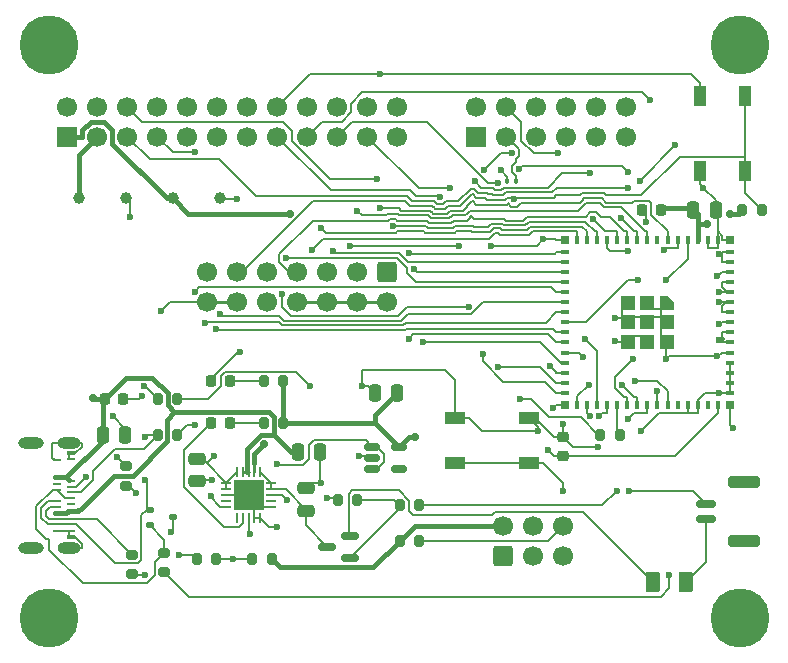
<source format=gbr>
%TF.GenerationSoftware,KiCad,Pcbnew,9.0.6*%
%TF.CreationDate,2026-01-12T13:11:15+01:00*%
%TF.ProjectId,IoT-Werkstatt_Band1,496f542d-5765-4726-9b73-746174745f42,rev?*%
%TF.SameCoordinates,Original*%
%TF.FileFunction,Copper,L1,Top*%
%TF.FilePolarity,Positive*%
%FSLAX46Y46*%
G04 Gerber Fmt 4.6, Leading zero omitted, Abs format (unit mm)*
G04 Created by KiCad (PCBNEW 9.0.6) date 2026-01-12 13:11:15*
%MOMM*%
%LPD*%
G01*
G04 APERTURE LIST*
G04 Aperture macros list*
%AMRoundRect*
0 Rectangle with rounded corners*
0 $1 Rounding radius*
0 $2 $3 $4 $5 $6 $7 $8 $9 X,Y pos of 4 corners*
0 Add a 4 corners polygon primitive as box body*
4,1,4,$2,$3,$4,$5,$6,$7,$8,$9,$2,$3,0*
0 Add four circle primitives for the rounded corners*
1,1,$1+$1,$2,$3*
1,1,$1+$1,$4,$5*
1,1,$1+$1,$6,$7*
1,1,$1+$1,$8,$9*
0 Add four rect primitives between the rounded corners*
20,1,$1+$1,$2,$3,$4,$5,0*
20,1,$1+$1,$4,$5,$6,$7,0*
20,1,$1+$1,$6,$7,$8,$9,0*
20,1,$1+$1,$8,$9,$2,$3,0*%
%AMFreePoly0*
4,1,14,0.603536,0.603536,0.605000,0.600000,0.605000,-0.600000,0.603536,-0.603536,0.600000,-0.605000,-0.600000,-0.605000,-0.603536,-0.603536,-0.605000,-0.600000,-0.605000,0.000000,-0.603536,0.003536,-0.003536,0.603536,0.000000,0.605000,0.600000,0.605000,0.603536,0.603536,0.603536,0.603536,$1*%
G04 Aperture macros list end*
%TA.AperFunction,ComponentPad*%
%ADD10C,2.900000*%
%TD*%
%TA.AperFunction,ConnectorPad*%
%ADD11C,5.000000*%
%TD*%
%TA.AperFunction,SMDPad,CuDef*%
%ADD12R,0.400000X0.800000*%
%TD*%
%TA.AperFunction,SMDPad,CuDef*%
%ADD13R,0.800000X0.400000*%
%TD*%
%TA.AperFunction,SMDPad,CuDef*%
%ADD14FreePoly0,270.000000*%
%TD*%
%TA.AperFunction,SMDPad,CuDef*%
%ADD15R,1.200000X1.200000*%
%TD*%
%TA.AperFunction,SMDPad,CuDef*%
%ADD16R,0.800000X0.800000*%
%TD*%
%TA.AperFunction,SMDPad,CuDef*%
%ADD17RoundRect,0.218750X-0.218750X-0.256250X0.218750X-0.256250X0.218750X0.256250X-0.218750X0.256250X0*%
%TD*%
%TA.AperFunction,SMDPad,CuDef*%
%ADD18RoundRect,0.200000X-0.200000X-0.275000X0.200000X-0.275000X0.200000X0.275000X-0.200000X0.275000X0*%
%TD*%
%TA.AperFunction,SMDPad,CuDef*%
%ADD19RoundRect,0.200000X0.200000X0.275000X-0.200000X0.275000X-0.200000X-0.275000X0.200000X-0.275000X0*%
%TD*%
%TA.AperFunction,SMDPad,CuDef*%
%ADD20RoundRect,0.225000X-0.250000X0.225000X-0.250000X-0.225000X0.250000X-0.225000X0.250000X0.225000X0*%
%TD*%
%TA.AperFunction,SMDPad,CuDef*%
%ADD21RoundRect,0.200000X-0.275000X0.200000X-0.275000X-0.200000X0.275000X-0.200000X0.275000X0.200000X0*%
%TD*%
%TA.AperFunction,SMDPad,CuDef*%
%ADD22RoundRect,0.250000X0.475000X-0.250000X0.475000X0.250000X-0.475000X0.250000X-0.475000X-0.250000X0*%
%TD*%
%TA.AperFunction,SMDPad,CuDef*%
%ADD23RoundRect,0.112500X-0.237500X0.112500X-0.237500X-0.112500X0.237500X-0.112500X0.237500X0.112500X0*%
%TD*%
%TA.AperFunction,SMDPad,CuDef*%
%ADD24R,1.000000X1.700000*%
%TD*%
%TA.AperFunction,SMDPad,CuDef*%
%ADD25RoundRect,0.200000X0.275000X-0.200000X0.275000X0.200000X-0.275000X0.200000X-0.275000X-0.200000X0*%
%TD*%
%TA.AperFunction,SMDPad,CuDef*%
%ADD26RoundRect,0.250000X0.375000X0.625000X-0.375000X0.625000X-0.375000X-0.625000X0.375000X-0.625000X0*%
%TD*%
%TA.AperFunction,SMDPad,CuDef*%
%ADD27RoundRect,0.225000X0.225000X0.250000X-0.225000X0.250000X-0.225000X-0.250000X0.225000X-0.250000X0*%
%TD*%
%TA.AperFunction,SMDPad,CuDef*%
%ADD28RoundRect,0.150000X0.587500X0.150000X-0.587500X0.150000X-0.587500X-0.150000X0.587500X-0.150000X0*%
%TD*%
%TA.AperFunction,SMDPad,CuDef*%
%ADD29R,1.700000X1.000000*%
%TD*%
%TA.AperFunction,SMDPad,CuDef*%
%ADD30RoundRect,0.250000X0.250000X0.475000X-0.250000X0.475000X-0.250000X-0.475000X0.250000X-0.475000X0*%
%TD*%
%TA.AperFunction,SMDPad,CuDef*%
%ADD31RoundRect,0.150000X-0.512500X-0.150000X0.512500X-0.150000X0.512500X0.150000X-0.512500X0.150000X0*%
%TD*%
%TA.AperFunction,SMDPad,CuDef*%
%ADD32C,1.000000*%
%TD*%
%TA.AperFunction,SMDPad,CuDef*%
%ADD33RoundRect,0.075000X-0.300000X0.075000X-0.300000X-0.075000X0.300000X-0.075000X0.300000X0.075000X0*%
%TD*%
%TA.AperFunction,SMDPad,CuDef*%
%ADD34RoundRect,0.062500X-0.312500X0.062500X-0.312500X-0.062500X0.312500X-0.062500X0.312500X0.062500X0*%
%TD*%
%TA.AperFunction,HeatsinkPad*%
%ADD35O,1.950000X0.950000*%
%TD*%
%TA.AperFunction,HeatsinkPad*%
%ADD36O,2.150000X0.950000*%
%TD*%
%TA.AperFunction,SMDPad,CuDef*%
%ADD37RoundRect,0.150000X0.700000X-0.150000X0.700000X0.150000X-0.700000X0.150000X-0.700000X-0.150000X0*%
%TD*%
%TA.AperFunction,SMDPad,CuDef*%
%ADD38RoundRect,0.250000X1.100000X-0.250000X1.100000X0.250000X-1.100000X0.250000X-1.100000X-0.250000X0*%
%TD*%
%TA.AperFunction,ComponentPad*%
%ADD39RoundRect,0.250000X-0.600000X0.600000X-0.600000X-0.600000X0.600000X-0.600000X0.600000X0.600000X0*%
%TD*%
%TA.AperFunction,ComponentPad*%
%ADD40C,1.700000*%
%TD*%
%TA.AperFunction,SMDPad,CuDef*%
%ADD41RoundRect,0.062500X-0.350000X-0.062500X0.350000X-0.062500X0.350000X0.062500X-0.350000X0.062500X0*%
%TD*%
%TA.AperFunction,SMDPad,CuDef*%
%ADD42RoundRect,0.062500X-0.062500X-0.350000X0.062500X-0.350000X0.062500X0.350000X-0.062500X0.350000X0*%
%TD*%
%TA.AperFunction,HeatsinkPad*%
%ADD43R,2.500000X2.500000*%
%TD*%
%TA.AperFunction,SMDPad,CuDef*%
%ADD44RoundRect,0.225000X-0.225000X-0.250000X0.225000X-0.250000X0.225000X0.250000X-0.225000X0.250000X0*%
%TD*%
%TA.AperFunction,SMDPad,CuDef*%
%ADD45RoundRect,0.075000X0.075000X0.175000X-0.075000X0.175000X-0.075000X-0.175000X0.075000X-0.175000X0*%
%TD*%
%TA.AperFunction,ComponentPad*%
%ADD46RoundRect,0.250000X0.600000X-0.600000X0.600000X0.600000X-0.600000X0.600000X-0.600000X-0.600000X0*%
%TD*%
%TA.AperFunction,ComponentPad*%
%ADD47R,1.700000X1.700000*%
%TD*%
%TA.AperFunction,SMDPad,CuDef*%
%ADD48RoundRect,0.250000X-0.250000X-0.475000X0.250000X-0.475000X0.250000X0.475000X-0.250000X0.475000X0*%
%TD*%
%TA.AperFunction,ViaPad*%
%ADD49C,0.600000*%
%TD*%
%TA.AperFunction,ViaPad*%
%ADD50C,0.700000*%
%TD*%
%TA.AperFunction,Conductor*%
%ADD51C,0.250000*%
%TD*%
%TA.AperFunction,Conductor*%
%ADD52C,0.200000*%
%TD*%
%TA.AperFunction,Conductor*%
%ADD53C,0.400000*%
%TD*%
%TA.AperFunction,Conductor*%
%ADD54C,0.250200*%
%TD*%
G04 APERTURE END LIST*
D10*
%TO.P,REF\u002A\u002A,1*%
%TO.N,N/C*%
X134500000Y-110500000D03*
D11*
X134500000Y-110500000D03*
%TD*%
D10*
%TO.P,REF\u002A\u002A,1*%
%TO.N,N/C*%
X193000000Y-110500000D03*
D11*
X193000000Y-110500000D03*
%TD*%
D10*
%TO.P,REF\u002A\u002A,1*%
%TO.N,N/C*%
X193000000Y-62000000D03*
D11*
X193000000Y-62000000D03*
%TD*%
D10*
%TO.P,REF\u002A\u002A,1*%
%TO.N,N/C*%
X134500000Y-62000000D03*
D11*
X134500000Y-62000000D03*
%TD*%
D12*
%TO.P,U2,1,GND1*%
%TO.N,GND_LOGIC*%
X191100000Y-78500000D03*
%TO.P,U2,2,GND1*%
X190250000Y-78500000D03*
%TO.P,U2,3,3V3*%
%TO.N,VLOGIC_3V3*%
X189400000Y-78500000D03*
%TO.P,U2,4,IO0*%
%TO.N,/02_MCU/BOOT*%
X188550000Y-78500000D03*
%TO.P,U2,5,IO1*%
%TO.N,/02_MCU/ADC_A0*%
X187700000Y-78500000D03*
%TO.P,U2,6,IO2*%
%TO.N,/02_MCU/ADC_A1*%
X186850000Y-78500000D03*
%TO.P,U2,7,IO3*%
%TO.N,unconnected-(U2-IO3-Pad7)*%
X186000000Y-78500000D03*
%TO.P,U2,8,IO4*%
%TO.N,/02_MCU/JTAG_TMS*%
X185150000Y-78500000D03*
%TO.P,U2,9,IO5*%
%TO.N,/02_MCU/JTAG_TCK*%
X184300000Y-78500000D03*
%TO.P,U2,10,IO6*%
%TO.N,/02_MCU/JTAG_TDO*%
X183450000Y-78500000D03*
%TO.P,U2,11,IO7*%
%TO.N,/02_MCU/JTAG_TDI*%
X182600000Y-78500000D03*
%TO.P,U2,12,IO8*%
%TO.N,/02_MCU/I2C_SDA*%
X181750000Y-78500000D03*
%TO.P,U2,13,IO9*%
%TO.N,/02_MCU/I2C_SCL*%
X180900000Y-78500000D03*
%TO.P,U2,14,IO10*%
%TO.N,/02_MCU/SPI_CS0*%
X180050000Y-78500000D03*
%TO.P,U2,15,IO11*%
%TO.N,/02_MCU/SPI_MOSI*%
X179200000Y-78500000D03*
D13*
%TO.P,U2,16,IO12*%
%TO.N,/02_MCU/SPI_SCK*%
X178150000Y-79550000D03*
%TO.P,U2,17,IO13*%
%TO.N,/02_MCU/SPI_MISO*%
X178150000Y-80400000D03*
%TO.P,U2,18,IO14*%
%TO.N,/02_MCU/ADC_A3*%
X178150000Y-81250000D03*
%TO.P,U2,19,IO15*%
%TO.N,/02_MCU/UART_RTS*%
X178150000Y-82100000D03*
%TO.P,U2,20,IO16*%
%TO.N,/02_MCU/UART_CTS*%
X178150000Y-82950000D03*
%TO.P,U2,21,IO17*%
%TO.N,/02_MCU/UART1_TX*%
X178150000Y-83800000D03*
%TO.P,U2,22,IO18*%
%TO.N,/02_MCU/UART1_RX*%
X178150000Y-84650000D03*
%TO.P,U2,23,IO19*%
%TO.N,Net-(U2-IO19)*%
X178150000Y-85500000D03*
%TO.P,U2,24,IO20*%
%TO.N,Net-(U2-IO20)*%
X178150000Y-86350000D03*
%TO.P,U2,25,IO21*%
%TO.N,/02_MCU/SPI_CS1*%
X178150000Y-87200000D03*
%TO.P,U2,26,IO26*%
%TO.N,/02_MCU/GPIO26*%
X178150000Y-88050000D03*
%TO.P,U2,27,IO47*%
%TO.N,/02_MCU/AOUT1_PWM*%
X178150000Y-88900000D03*
%TO.P,U2,28,IO33*%
%TO.N,/02_MCU/GPIO33*%
X178150000Y-89750000D03*
%TO.P,U2,29,IO34*%
%TO.N,/02_MCU/ADC_A2*%
X178150000Y-90600000D03*
%TO.P,U2,30,IO48*%
%TO.N,/02_MCU/AOUT2_PWM*%
X178150000Y-91450000D03*
D12*
%TO.P,U2,31,IO35*%
%TO.N,/02_MCU/GPIO35*%
X179200000Y-92500000D03*
%TO.P,U2,32,IO36*%
%TO.N,/02_MCU/GPIO36*%
X180050000Y-92500000D03*
%TO.P,U2,33,IO37*%
%TO.N,/02_MCU/GPIO37*%
X180900000Y-92500000D03*
%TO.P,U2,34,IO38*%
%TO.N,/02_MCU/GPIO38*%
X181750000Y-92500000D03*
%TO.P,U2,35,IO39*%
%TO.N,Net-(U2-IO39)*%
X182600000Y-92500000D03*
%TO.P,U2,36,IO40*%
%TO.N,/02_MCU/GPIO40_IN*%
X183450000Y-92500000D03*
%TO.P,U2,37,IO41*%
%TO.N,/02_MCU/GPIO41_IN*%
X184300000Y-92500000D03*
%TO.P,U2,38,IO42*%
%TO.N,GPIO42_SYS_EN*%
X185150000Y-92500000D03*
%TO.P,U2,39,TXD0*%
%TO.N,/02_MCU/UART0_TX*%
X186000000Y-92500000D03*
%TO.P,U2,40,RXD0*%
%TO.N,/02_MCU/UART0_RX*%
X186850000Y-92500000D03*
%TO.P,U2,41,IO45*%
%TO.N,unconnected-(U2-IO45-Pad41)*%
X187700000Y-92500000D03*
%TO.P,U2,42,GND1*%
%TO.N,GND_LOGIC*%
X188550000Y-92500000D03*
%TO.P,U2,43,GND1*%
X189400000Y-92500000D03*
%TO.P,U2,44,IO46*%
%TO.N,unconnected-(U2-IO46-Pad44)*%
X190250000Y-92500000D03*
%TO.P,U2,45,EN*%
%TO.N,/02_MCU/nRESET*%
X191100000Y-92500000D03*
D13*
%TO.P,U2,46,GND1*%
%TO.N,GND_LOGIC*%
X192150000Y-91450000D03*
%TO.P,U2,47,GND1*%
X192150000Y-90600000D03*
%TO.P,U2,48,GND1*%
X192150000Y-89750000D03*
%TO.P,U2,49,GND1*%
X192150000Y-88900000D03*
%TO.P,U2,50,GND1*%
X192150000Y-88050000D03*
%TO.P,U2,51,GND1*%
X192150000Y-87200000D03*
%TO.P,U2,52,GND1*%
X192150000Y-86350000D03*
%TO.P,U2,53,GND1*%
X192150000Y-85500000D03*
%TO.P,U2,54,GND2*%
X192150000Y-84650000D03*
%TO.P,U2,55,GND2*%
X192150000Y-83800000D03*
%TO.P,U2,56,GND2*%
X192150000Y-82950000D03*
%TO.P,U2,57,GND2*%
X192150000Y-82100000D03*
%TO.P,U2,58,GND2*%
X192150000Y-81250000D03*
%TO.P,U2,59,GND2*%
X192150000Y-80400000D03*
%TO.P,U2,60,GND3*%
X192150000Y-79550000D03*
D14*
%TO.P,U2,61_1,GND3*%
X186800000Y-83850000D03*
D15*
%TO.P,U2,61_2,GND3*%
X186800000Y-85500000D03*
%TO.P,U2,61_3,GND3*%
X186800000Y-87150000D03*
%TO.P,U2,61_4,GND3*%
X185150000Y-83850000D03*
%TO.P,U2,61_5,GND3*%
X185150000Y-85500000D03*
%TO.P,U2,61_6,GND3*%
X185150000Y-87150000D03*
%TO.P,U2,61_7,GND3*%
X183500000Y-83850000D03*
%TO.P,U2,61_8,GND3*%
X183500000Y-85500000D03*
%TO.P,U2,61_9,GND3*%
X183500000Y-87150000D03*
D16*
%TO.P,U2,62,GND2*%
X192150000Y-78500000D03*
%TO.P,U2,63,GND2*%
X178150000Y-78500000D03*
%TO.P,U2,64,GND2*%
X178150000Y-92500000D03*
%TO.P,U2,65,GND2*%
X192150000Y-92500000D03*
%TD*%
D17*
%TO.P,D3,1,K*%
%TO.N,Net-(D3-K)*%
X148212500Y-94000000D03*
%TO.P,D3,2,A*%
%TO.N,Net-(D3-A)*%
X149787500Y-94000000D03*
%TD*%
D18*
%TO.P,R7,1*%
%TO.N,GND_LOGIC*%
X143675000Y-92000000D03*
%TO.P,R7,2*%
%TO.N,Net-(U5-PROG1)*%
X145325000Y-92000000D03*
%TD*%
%TO.P,R9,1*%
%TO.N,Net-(D3-A)*%
X152675000Y-94000000D03*
%TO.P,R9,2*%
%TO.N,VLOGIC_3V3*%
X154325000Y-94000000D03*
%TD*%
%TO.P,R8,1*%
%TO.N,Net-(D2-A)*%
X152675000Y-90500000D03*
%TO.P,R8,2*%
%TO.N,VLOGIC_3V3*%
X154325000Y-90500000D03*
%TD*%
D19*
%TO.P,R12,1*%
%TO.N,VLOGIC_3V3*%
X153325000Y-105500000D03*
%TO.P,R12,2*%
%TO.N,Net-(U5-THERM)*%
X151675000Y-105500000D03*
%TD*%
D20*
%TO.P,C12,1*%
%TO.N,GND_LOGIC*%
X178000000Y-95225000D03*
%TO.P,C12,2*%
%TO.N,/02_MCU/nRESET*%
X178000000Y-96775000D03*
%TD*%
D21*
%TO.P,R3,1*%
%TO.N,Net-(J2-D--PadA7)*%
X144250000Y-105000000D03*
%TO.P,R3,2*%
%TO.N,Net-(U2-IO19)*%
X144250000Y-106650000D03*
%TD*%
D22*
%TO.P,C6,1*%
%TO.N,/01_Power/BAT_1S*%
X156250000Y-101450000D03*
%TO.P,C6,2*%
%TO.N,GND_LOGIC*%
X156250000Y-99550000D03*
%TD*%
D17*
%TO.P,D2,1,K*%
%TO.N,Net-(D2-K)*%
X148212500Y-90500000D03*
%TO.P,D2,2,A*%
%TO.N,Net-(D2-A)*%
X149787500Y-90500000D03*
%TD*%
D23*
%TO.P,U3,1*%
%TO.N,Net-(J2-D+-PadA6)*%
X143000000Y-101350000D03*
%TO.P,U3,2*%
%TO.N,Net-(J2-D--PadA7)*%
X143000000Y-102650000D03*
%TO.P,U3,3*%
%TO.N,GND_LOGIC*%
X145000000Y-102000000D03*
%TD*%
D18*
%TO.P,R1,1*%
%TO.N,GND_LOGIC*%
X158925000Y-100500000D03*
%TO.P,R1,2*%
%TO.N,Net-(Q1-G)*%
X160575000Y-100500000D03*
%TD*%
D24*
%TO.P,SW1,1,1*%
%TO.N,GND_LOGIC*%
X189600000Y-72650000D03*
X189600000Y-66350000D03*
%TO.P,SW1,2,2*%
%TO.N,/02_MCU/nRESET*%
X193400000Y-72650000D03*
X193400000Y-66350000D03*
%TD*%
D25*
%TO.P,R4,1*%
%TO.N,Net-(J2-CC1)*%
X141000000Y-99325000D03*
%TO.P,R4,2*%
%TO.N,GND_LOGIC*%
X141000000Y-97675000D03*
%TD*%
D26*
%TO.P,F1,1*%
%TO.N,Net-(J5-Pin_1)*%
X188400000Y-107500000D03*
%TO.P,F1,2*%
%TO.N,Net-(Q1-S)*%
X185600000Y-107500000D03*
%TD*%
D27*
%TO.P,C10,1*%
%TO.N,VLOGIC_3V3*%
X186275000Y-76000000D03*
%TO.P,C10,2*%
%TO.N,GND_LOGIC*%
X184725000Y-76000000D03*
%TD*%
D28*
%TO.P,Q1,1,G*%
%TO.N,Net-(Q1-G)*%
X159937500Y-105450000D03*
%TO.P,Q1,2,S*%
%TO.N,Net-(Q1-S)*%
X159937500Y-103550000D03*
%TO.P,Q1,3,D*%
%TO.N,/01_Power/BAT_1S*%
X158062500Y-104500000D03*
%TD*%
D19*
%TO.P,R6,1*%
%TO.N,Net-(U2-IO39)*%
X182825000Y-95000000D03*
%TO.P,R6,2*%
%TO.N,/02_MCU/IRQ_IN*%
X181175000Y-95000000D03*
%TD*%
D29*
%TO.P,SW2,1,1*%
%TO.N,GND_LOGIC*%
X168850000Y-93600000D03*
X175150000Y-93600000D03*
%TO.P,SW2,2,2*%
%TO.N,/02_MCU/BOOT*%
X168850000Y-97400000D03*
X175150000Y-97400000D03*
%TD*%
D30*
%TO.P,C3,1*%
%TO.N,GND_LOGIC*%
X140950000Y-95000000D03*
%TO.P,C3,2*%
%TO.N,VBUS_5V*%
X139050000Y-95000000D03*
%TD*%
D31*
%TO.P,U1,1,VIN*%
%TO.N,/01_Power/SYS*%
X161862500Y-96050000D03*
%TO.P,U1,2,GND*%
%TO.N,GND_LOGIC*%
X161862500Y-97000000D03*
%TO.P,U1,3,EN*%
%TO.N,/01_Power/SYS*%
X161862500Y-97950000D03*
%TO.P,U1,4,NC*%
%TO.N,unconnected-(U1-NC-Pad4)*%
X164137500Y-97950000D03*
%TO.P,U1,5,VOUT*%
%TO.N,VLOGIC_3V3*%
X164137500Y-96050000D03*
%TD*%
D32*
%TO.P,TP4,1,1*%
%TO.N,VBUS_5V*%
X137000000Y-75000000D03*
%TD*%
D33*
%TO.P,J2,A1,GND*%
%TO.N,GND_LOGIC*%
X136375000Y-96600000D03*
D34*
X136375000Y-97100000D03*
D33*
X136375000Y-103700000D03*
D34*
%TO.P,J2,A4,VBUS*%
%TO.N,VBUS_5V*%
X136375000Y-98900000D03*
%TO.P,J2,A5,CC1*%
%TO.N,Net-(J2-CC1)*%
X136375000Y-99400000D03*
%TO.P,J2,A6,D+*%
%TO.N,Net-(J2-D+-PadA6)*%
X136375000Y-99900000D03*
%TO.P,J2,A7,D-*%
%TO.N,Net-(J2-D--PadA7)*%
X136375000Y-100400000D03*
%TO.P,J2,A8,SBU1*%
%TO.N,unconnected-(J2-SBU1-PadA8)*%
X136375000Y-100900000D03*
%TO.P,J2,A9,VBUS*%
%TO.N,VBUS_5V*%
X136375000Y-101400000D03*
%TO.P,J2,A12,GND*%
%TO.N,GND_LOGIC*%
X136375000Y-103200000D03*
%TO.P,J2,B1,GND*%
X135125000Y-103150000D03*
%TO.P,J2,B4,VBUS*%
%TO.N,VBUS_5V*%
X135125000Y-101650000D03*
%TO.P,J2,B5,CC2*%
%TO.N,Net-(J2-CC2)*%
X135125000Y-101150000D03*
%TO.P,J2,B6,D+*%
%TO.N,Net-(J2-D+-PadA6)*%
X135125000Y-100650000D03*
%TO.P,J2,B7,D-*%
%TO.N,Net-(J2-D--PadA7)*%
X135125000Y-99650000D03*
%TO.P,J2,B8,SBU2*%
%TO.N,unconnected-(J2-SBU2-PadB8)*%
X135125000Y-99150000D03*
%TO.P,J2,B9,VBUS*%
%TO.N,VBUS_5V*%
X135125000Y-98650000D03*
%TO.P,J2,B12,GND*%
%TO.N,GND_LOGIC*%
X135125000Y-97150000D03*
D35*
%TO.P,J2,S1,SHIELD*%
X136200000Y-95700000D03*
D36*
X133000000Y-95700000D03*
D35*
X136200000Y-104600000D03*
D36*
X133000000Y-104600000D03*
%TD*%
D37*
%TO.P,J5,1,Pin_1*%
%TO.N,Net-(J5-Pin_1)*%
X190150000Y-102125000D03*
%TO.P,J5,2,Pin_2*%
%TO.N,GND_LOGIC*%
X190150000Y-100875000D03*
D38*
%TO.P,J5,MP*%
%TO.N,N/C*%
X193350000Y-103975000D03*
X193350000Y-99025000D03*
%TD*%
D39*
%TO.P,J_JTAG1,1,Pin_1*%
%TO.N,VLOGIC_3V3*%
X163120000Y-81247500D03*
D40*
%TO.P,J_JTAG1,2,Pin_2*%
%TO.N,GND_LOGIC*%
X163120000Y-83787500D03*
%TO.P,J_JTAG1,3,Pin_3*%
%TO.N,/02_MCU/JTAG_TMS*%
X160580000Y-81247500D03*
%TO.P,J_JTAG1,4,Pin_4*%
%TO.N,GND_LOGIC*%
X160580000Y-83787500D03*
%TO.P,J_JTAG1,5,Pin_5*%
%TO.N,/02_MCU/JTAG_TCK*%
X158040000Y-81247500D03*
%TO.P,J_JTAG1,6,Pin_6*%
%TO.N,GND_LOGIC*%
X158040000Y-83787500D03*
%TO.P,J_JTAG1,7,Pin_7*%
%TO.N,/02_MCU/JTAG_TDO*%
X155500000Y-81247500D03*
%TO.P,J_JTAG1,8,Pin_8*%
%TO.N,GND_LOGIC*%
X155500000Y-83787500D03*
%TO.P,J_JTAG1,9,Pin_9*%
%TO.N,/02_MCU/JTAG_TDI*%
X152960000Y-81247500D03*
%TO.P,J_JTAG1,10,Pin_10*%
%TO.N,GND_LOGIC*%
X152960000Y-83787500D03*
%TO.P,J_JTAG1,11,Pin_11*%
%TO.N,/02_MCU/nRESET*%
X150420000Y-81247500D03*
%TO.P,J_JTAG1,12,Pin_12*%
%TO.N,GND_LOGIC*%
X150420000Y-83787500D03*
%TO.P,J_JTAG1,13,Pin_13*%
%TO.N,unconnected-(J_JTAG1-Pin_13-Pad13)*%
X147880000Y-81247500D03*
%TO.P,J_JTAG1,14,Pin_14*%
%TO.N,GND_LOGIC*%
X147880000Y-83787500D03*
%TD*%
D41*
%TO.P,U5,1,OUT*%
%TO.N,/01_Power/SYS*%
X149437500Y-99125000D03*
%TO.P,U5,2,VPCC*%
X149437500Y-99625000D03*
%TO.P,U5,3,SEL*%
%TO.N,GND_LOGIC*%
X149437500Y-100125000D03*
%TO.P,U5,4,PROG2*%
%TO.N,unconnected-(U5-PROG2-Pad4)*%
X149437500Y-100625000D03*
%TO.P,U5,5,THERM*%
%TO.N,Net-(U5-THERM)*%
X149437500Y-101125000D03*
D42*
%TO.P,U5,6,~{PG}*%
%TO.N,unconnected-(U5-~{PG}-Pad6)*%
X150375000Y-102062500D03*
%TO.P,U5,7,STAT2*%
%TO.N,Net-(D3-K)*%
X150875000Y-102062500D03*
%TO.P,U5,8,STAT1/~{LBO}*%
%TO.N,Net-(D2-K)*%
X151375000Y-102062500D03*
%TO.P,U5,9,~{TE}*%
%TO.N,GND_LOGIC*%
X151875000Y-102062500D03*
%TO.P,U5,10,V_{SS}*%
X152375000Y-102062500D03*
D41*
%TO.P,U5,11,V_{SS}*%
X153312500Y-101125000D03*
%TO.P,U5,12,PROG3*%
%TO.N,unconnected-(U5-PROG3-Pad12)*%
X153312500Y-100625000D03*
%TO.P,U5,13,PROG1*%
%TO.N,Net-(U5-PROG1)*%
X153312500Y-100125000D03*
%TO.P,U5,14,V_{BAT}*%
%TO.N,/01_Power/BAT_1S*%
X153312500Y-99625000D03*
%TO.P,U5,15,V_{BAT}*%
X153312500Y-99125000D03*
D42*
%TO.P,U5,16,V_{BAT_SENSE}*%
X152375000Y-98187500D03*
%TO.P,U5,17,CE*%
%TO.N,VLOGIC_3V3*%
X151875000Y-98187500D03*
%TO.P,U5,18,IN*%
%TO.N,VBUS_5V*%
X151375000Y-98187500D03*
%TO.P,U5,19,IN*%
X150875000Y-98187500D03*
%TO.P,U5,20,OUT*%
%TO.N,/01_Power/SYS*%
X150375000Y-98187500D03*
D43*
%TO.P,U5,21,V_{SS}*%
%TO.N,GND_LOGIC*%
X151375000Y-100125000D03*
%TD*%
D44*
%TO.P,C5,1*%
%TO.N,VBUS_5V*%
X139225000Y-92000000D03*
%TO.P,C5,2*%
%TO.N,GND_LOGIC*%
X140775000Y-92000000D03*
%TD*%
D22*
%TO.P,C7,1*%
%TO.N,GND_LOGIC*%
X147000000Y-98950000D03*
%TO.P,C7,2*%
%TO.N,/01_Power/SYS*%
X147000000Y-97050000D03*
%TD*%
D45*
%TO.P,U4,1,I/O*%
%TO.N,/02_MCU/IRQ_IN*%
X174000000Y-73500000D03*
%TO.P,U4,2,GND*%
%TO.N,GND_LOGIC*%
X173300000Y-73500000D03*
%TD*%
D32*
%TO.P,TP3,1,1*%
%TO.N,GND_LOGIC*%
X149000000Y-75000000D03*
%TD*%
D46*
%TO.P,J_ProgUART0_1,1,Pin_1*%
%TO.N,GND_LOGIC*%
X172955000Y-105252500D03*
D40*
%TO.P,J_ProgUART0_1,2,Pin_2*%
%TO.N,VLOGIC_3V3*%
X172955000Y-102712500D03*
%TO.P,J_ProgUART0_1,3,Pin_3*%
%TO.N,/02_MCU/UART0_TX*%
X175495000Y-105252500D03*
%TO.P,J_ProgUART0_1,4,Pin_4*%
%TO.N,/02_MCU/UART0_RX*%
X175495000Y-102712500D03*
%TO.P,J_ProgUART0_1,5,Pin_5*%
%TO.N,/02_MCU/nRESET*%
X178035000Y-105252500D03*
%TO.P,J_ProgUART0_1,6,Pin_6*%
%TO.N,/02_MCU/BOOT*%
X178035000Y-102712500D03*
%TD*%
D18*
%TO.P,R2,1*%
%TO.N,Net-(J2-D+-PadA6)*%
X143675000Y-95000000D03*
%TO.P,R2,2*%
%TO.N,Net-(U2-IO20)*%
X145325000Y-95000000D03*
%TD*%
D47*
%TO.P,J4,1,Pin_1*%
%TO.N,GND_LOGIC*%
X170650000Y-69775000D03*
D40*
%TO.P,J4,2,Pin_2*%
%TO.N,VLOGIC_3V3*%
X170650000Y-67235000D03*
%TO.P,J4,3,Pin_3*%
%TO.N,/02_MCU/IRQ_IN*%
X173190000Y-69775000D03*
%TO.P,J4,4,Pin_4*%
%TO.N,/02_MCU/GPIO26*%
X173190000Y-67235000D03*
%TO.P,J4,5,Pin_5*%
%TO.N,/02_MCU/GPIO33*%
X175730000Y-69775000D03*
%TO.P,J4,6,Pin_6*%
%TO.N,/02_MCU/GPIO35*%
X175730000Y-67235000D03*
%TO.P,J4,7,Pin_7*%
%TO.N,/02_MCU/GPIO36*%
X178270000Y-69775000D03*
%TO.P,J4,8,Pin_8*%
%TO.N,/02_MCU/GPIO37*%
X178270000Y-67235000D03*
%TO.P,J4,9,Pin_9*%
%TO.N,/02_MCU/GPIO38*%
X180810000Y-69775000D03*
%TO.P,J4,10,Pin_10*%
%TO.N,/02_MCU/GPIO40_IN*%
X180810000Y-67235000D03*
%TO.P,J4,11,Pin_11*%
%TO.N,GND_LOGIC*%
X183350000Y-69775000D03*
%TO.P,J4,12,Pin_12*%
%TO.N,/02_MCU/GPIO41_IN*%
X183350000Y-67235000D03*
%TD*%
D18*
%TO.P,R14,1*%
%TO.N,Net-(Q1-G)*%
X164175000Y-101000000D03*
%TO.P,R14,2*%
%TO.N,GPIO42_SYS_EN*%
X165825000Y-101000000D03*
%TD*%
%TO.P,R13,1*%
%TO.N,GND_LOGIC*%
X147000000Y-105500000D03*
%TO.P,R13,2*%
%TO.N,Net-(U5-THERM)*%
X148650000Y-105500000D03*
%TD*%
D48*
%TO.P,C11,1*%
%TO.N,VLOGIC_3V3*%
X189050000Y-76000000D03*
%TO.P,C11,2*%
%TO.N,GND_LOGIC*%
X190950000Y-76000000D03*
%TD*%
D30*
%TO.P,C4,1*%
%TO.N,GND_LOGIC*%
X157450000Y-96500000D03*
%TO.P,C4,2*%
%TO.N,VBUS_5V*%
X155550000Y-96500000D03*
%TD*%
%TO.P,C2,1*%
%TO.N,VLOGIC_3V3*%
X163950000Y-91500000D03*
%TO.P,C2,2*%
%TO.N,GND_LOGIC*%
X162050000Y-91500000D03*
%TD*%
D32*
%TO.P,TP2,1,1*%
%TO.N,VLOGIC_3V3*%
X145000000Y-75000000D03*
%TD*%
D18*
%TO.P,R11,1*%
%TO.N,VLOGIC_3V3*%
X164175000Y-104000000D03*
%TO.P,R11,2*%
%TO.N,/02_MCU/BOOT*%
X165825000Y-104000000D03*
%TD*%
%TO.P,R10,1*%
%TO.N,VLOGIC_3V3*%
X193175000Y-76000000D03*
%TO.P,R10,2*%
%TO.N,/02_MCU/nRESET*%
X194825000Y-76000000D03*
%TD*%
D47*
%TO.P,J3,1,Pin_1*%
%TO.N,VLOGIC_3V3*%
X136030000Y-69775000D03*
D40*
%TO.P,J3,2,Pin_2*%
%TO.N,GND_LOGIC*%
X136030000Y-67235000D03*
%TO.P,J3,3,Pin_3*%
%TO.N,VBUS_5V*%
X138570000Y-69775000D03*
%TO.P,J3,4,Pin_4*%
%TO.N,GND_LOGIC*%
X138570000Y-67235000D03*
%TO.P,J3,5,Pin_5*%
%TO.N,/02_MCU/I2C_SDA*%
X141110000Y-69775000D03*
%TO.P,J3,6,Pin_6*%
%TO.N,/02_MCU/I2C_SCL*%
X141110000Y-67235000D03*
%TO.P,J3,7,Pin_7*%
%TO.N,/02_MCU/UART1_TX*%
X143650000Y-69775000D03*
%TO.P,J3,8,Pin_8*%
%TO.N,/02_MCU/UART1_RX*%
X143650000Y-67235000D03*
%TO.P,J3,9,Pin_9*%
%TO.N,/02_MCU/UART_RTS*%
X146190000Y-69775000D03*
%TO.P,J3,10,Pin_10*%
%TO.N,/02_MCU/UART_CTS*%
X146190000Y-67235000D03*
%TO.P,J3,11,Pin_11*%
%TO.N,/02_MCU/SPI_SCK*%
X148730000Y-69775000D03*
%TO.P,J3,12,Pin_12*%
%TO.N,/02_MCU/SPI_MOSI*%
X148730000Y-67235000D03*
%TO.P,J3,13,Pin_13*%
%TO.N,/02_MCU/SPI_MISO*%
X151270000Y-69775000D03*
%TO.P,J3,14,Pin_14*%
%TO.N,/02_MCU/SPI_CS0*%
X151270000Y-67235000D03*
%TO.P,J3,15,Pin_15*%
%TO.N,/02_MCU/SPI_CS1*%
X153810000Y-69775000D03*
%TO.P,J3,16,Pin_16*%
%TO.N,GND_LOGIC*%
X153810000Y-67235000D03*
%TO.P,J3,17,Pin_17*%
%TO.N,/02_MCU/ADC_A0*%
X156350000Y-69775000D03*
%TO.P,J3,18,Pin_18*%
%TO.N,/02_MCU/ADC_A1*%
X156350000Y-67235000D03*
%TO.P,J3,19,Pin_19*%
%TO.N,/02_MCU/ADC_A2*%
X158890000Y-69775000D03*
%TO.P,J3,20,Pin_20*%
%TO.N,/02_MCU/ADC_A3*%
X158890000Y-67235000D03*
%TO.P,J3,21,Pin_21*%
%TO.N,/02_MCU/AOUT1_PWM*%
X161430000Y-69775000D03*
%TO.P,J3,22,Pin_22*%
%TO.N,/02_MCU/AOUT2_PWM*%
X161430000Y-67235000D03*
%TO.P,J3,23,Pin_23*%
%TO.N,GND_LOGIC*%
X163970000Y-69775000D03*
%TO.P,J3,24,Pin_24*%
X163970000Y-67235000D03*
%TD*%
D21*
%TO.P,R5,1*%
%TO.N,Net-(J2-CC2)*%
X141500000Y-105175000D03*
%TO.P,R5,2*%
%TO.N,GND_LOGIC*%
X141500000Y-106825000D03*
%TD*%
D32*
%TO.P,TP1,1,1*%
%TO.N,/01_Power/SYS*%
X141000000Y-75000000D03*
%TD*%
D49*
%TO.N,GND_LOGIC*%
X178000000Y-94110200D03*
X144000000Y-84500000D03*
X184500000Y-73500000D03*
X187500000Y-70500000D03*
X171913100Y-79002791D03*
%TO.N,GPIO42_SYS_EN*%
X182541300Y-99775000D03*
X183508000Y-93712100D03*
%TO.N,Net-(U5-THERM)*%
X148161000Y-100171600D03*
X150104500Y-105551300D03*
%TO.N,Net-(U5-PROG1)*%
X156591500Y-90925000D03*
X154626600Y-100578200D03*
%TO.N,Net-(D2-K)*%
X150664100Y-87975000D03*
X151489800Y-103438400D03*
%TO.N,/02_MCU/GPIO26*%
X177601400Y-71187500D03*
X179736500Y-88414200D03*
%TO.N,/02_MCU/GPIO35*%
X180184600Y-90775000D03*
%TO.N,/02_MCU/GPIO33*%
X176927700Y-89168700D03*
%TO.N,/02_MCU/GPIO36*%
X180286900Y-93435500D03*
%TO.N,/02_MCU/GPIO37*%
X179874500Y-86932100D03*
%TO.N,/02_MCU/GPIO38*%
X181092600Y-93413500D03*
%TO.N,/02_MCU/IRQ_IN*%
X174373700Y-91975000D03*
%TO.N,/02_MCU/GPIO41_IN*%
X183010500Y-90779200D03*
%TO.N,/02_MCU/GPIO40_IN*%
X183928600Y-88600000D03*
%TO.N,/02_MCU/BOOT*%
X178035000Y-99776600D03*
X186730200Y-81922500D03*
%TO.N,/02_MCU/UART0_RX*%
X184123600Y-90479100D03*
%TO.N,/02_MCU/UART0_TX*%
X185997500Y-91331600D03*
%TO.N,/02_MCU/I2C_SDA*%
X183522500Y-79424800D03*
X183524100Y-74085000D03*
%TO.N,/02_MCU/ADC_A1*%
X162468200Y-75838500D03*
%TO.N,/02_MCU/AOUT1_PWM*%
X168424700Y-74150000D03*
X166167200Y-87142800D03*
%TO.N,/02_MCU/ADC_A0*%
X186530200Y-79407300D03*
X185344000Y-66709600D03*
%TO.N,/02_MCU/SPI_CS0*%
X157480800Y-77496800D03*
%TO.N,/02_MCU/UART_CTS*%
X146811000Y-82911400D03*
%TO.N,/02_MCU/AOUT2_PWM*%
X171212600Y-88158700D03*
%TO.N,/02_MCU/ADC_A2*%
X172520300Y-73722400D03*
X172513100Y-89235200D03*
%TO.N,/02_MCU/UART1_TX*%
X146845400Y-71103000D03*
X148948900Y-84768300D03*
%TO.N,/02_MCU/ADC_A3*%
X165383100Y-81017600D03*
%TO.N,/02_MCU/UART_RTS*%
X154579000Y-80067600D03*
%TO.N,/02_MCU/SPI_SCK*%
X164982700Y-79642600D03*
%TO.N,/02_MCU/SPI_MOSI*%
X156738200Y-79394100D03*
%TO.N,/02_MCU/UART1_RX*%
X147700400Y-85568700D03*
%TO.N,/02_MCU/SPI_CS1*%
X164934000Y-86870600D03*
X167617600Y-74886400D03*
%TO.N,/02_MCU/SPI_MISO*%
X158545600Y-79447100D03*
%TO.N,/02_MCU/I2C_SCL*%
X163575500Y-77313700D03*
X162246600Y-73347700D03*
%TO.N,/01_Power/SYS*%
X141338600Y-76575000D03*
X148454100Y-96825000D03*
X153790700Y-97483900D03*
%TO.N,/02_MCU/JTAG_TCK*%
X159940500Y-79050400D03*
X169237200Y-79045100D03*
X182931300Y-76675500D03*
X183509600Y-72766700D03*
X174296500Y-72516400D03*
X173662500Y-71188200D03*
X171342900Y-72583500D03*
%TO.N,/02_MCU/JTAG_TDI*%
X180554400Y-76779500D03*
X180316300Y-72868400D03*
X170536600Y-73564500D03*
X170004300Y-84158400D03*
X154230000Y-83114900D03*
%TO.N,/02_MCU/JTAG_TMS*%
X160580000Y-76072000D03*
%TO.N,/02_MCU/nRESET*%
X176762100Y-96325000D03*
X173883000Y-75086900D03*
%TO.N,Net-(U2-IO19)*%
X186968200Y-106887000D03*
X184336700Y-81925000D03*
%TO.N,Net-(U2-IO20)*%
X148591300Y-86084300D03*
X146864700Y-94197600D03*
%TO.N,Net-(J2-CC1)*%
X141883600Y-99912300D03*
X137614000Y-98586600D03*
D50*
%TO.N,VLOGIC_3V3*%
X165482600Y-95240100D03*
X190189900Y-77132800D03*
X192112600Y-76302000D03*
X154860700Y-76285300D03*
X152723200Y-95825200D03*
D49*
%TO.N,Net-(J2-D+-PadA6)*%
X142646000Y-98833200D03*
X142646000Y-95178700D03*
D50*
%TO.N,VBUS_5V*%
X138180600Y-91898400D03*
D49*
%TO.N,GND_LOGIC*%
X186730200Y-88600000D03*
X191212000Y-83775000D03*
X160688000Y-96825000D03*
X191212000Y-82887500D03*
X139865900Y-93430100D03*
X191223300Y-86975000D03*
X140243300Y-96918200D03*
X192418900Y-94425000D03*
X142563900Y-90925000D03*
X142615300Y-106845900D03*
X182369800Y-85142800D03*
X157524700Y-99101900D03*
X160995100Y-90925000D03*
X142329800Y-91746600D03*
X175927800Y-94725000D03*
X182396200Y-87112000D03*
X180997800Y-96035900D03*
X176327300Y-78448000D03*
X184994400Y-77013400D03*
X144784500Y-103212700D03*
X177172200Y-92763100D03*
X150427000Y-75017000D03*
X158022100Y-100325900D03*
X145472200Y-105224600D03*
X148260300Y-98801900D03*
X162518900Y-64430000D03*
X183599700Y-99775000D03*
X184615900Y-94703100D03*
X153804900Y-102787500D03*
X191005200Y-81593700D03*
X191212000Y-79750000D03*
X191212000Y-85675000D03*
X189887000Y-74100000D03*
X191010800Y-88362500D03*
X172723200Y-72589900D03*
X191212000Y-91450000D03*
%TD*%
D51*
%TO.N,GND_LOGIC*%
X150420000Y-83787500D02*
X147880000Y-83787500D01*
X158040000Y-83787500D02*
X155500000Y-83787500D01*
X158040000Y-83787500D02*
X160580000Y-83787500D01*
D52*
%TO.N,Net-(J2-D--PadA7)*%
X133400800Y-102963700D02*
X133400800Y-101059000D01*
X133400800Y-101059000D02*
X134809800Y-99650000D01*
X134243200Y-103806100D02*
X133400800Y-102963700D01*
X134500000Y-103806100D02*
X134243200Y-103806100D01*
X134809800Y-99650000D02*
X134950000Y-99650000D01*
X134500000Y-104734800D02*
X134500000Y-104478000D01*
X137341100Y-107575900D02*
X134500000Y-104734800D01*
X143464500Y-105785500D02*
X143464500Y-106889100D01*
X144250000Y-105000000D02*
X143464500Y-105785500D01*
X143464500Y-106889100D02*
X142777700Y-107575900D01*
X142777700Y-107575900D02*
X137341100Y-107575900D01*
X136375000Y-100400000D02*
X135875000Y-100400000D01*
X135875000Y-100400000D02*
X135125000Y-99650000D01*
D53*
%TO.N,VBUS_5V*%
X144477500Y-95576800D02*
X144477500Y-93737200D01*
X141554300Y-98500000D02*
X144477500Y-95576800D01*
X144477500Y-93737200D02*
X145106300Y-93108400D01*
X140000000Y-98500000D02*
X141554300Y-98500000D01*
X139750000Y-98750000D02*
X140000000Y-98500000D01*
D52*
%TO.N,GND_LOGIC*%
X186324000Y-85976000D02*
X186800000Y-85500000D01*
X186324000Y-86674000D02*
X186324000Y-85976000D01*
X186800000Y-87150000D02*
X186324000Y-86674000D01*
X186730200Y-87219800D02*
X186800000Y-87150000D01*
X186730200Y-88600000D02*
X186730200Y-87219800D01*
X136200000Y-97100000D02*
X136200000Y-96600000D01*
X178000000Y-95225000D02*
X178000000Y-94110200D01*
X168850000Y-90350000D02*
X168850000Y-93600000D01*
X168000000Y-89500000D02*
X168850000Y-90350000D01*
X160995100Y-90925000D02*
X160995100Y-89504900D01*
X160995100Y-89504900D02*
X161000000Y-89500000D01*
X161000000Y-89500000D02*
X168000000Y-89500000D01*
X175927800Y-94377800D02*
X175150000Y-93600000D01*
X175927800Y-94725000D02*
X175927800Y-94377800D01*
X190050000Y-91450000D02*
X191212000Y-91450000D01*
X189400000Y-92100000D02*
X190050000Y-91450000D01*
X189400000Y-92500000D02*
X189400000Y-92100000D01*
X186967700Y-88362500D02*
X191010800Y-88362500D01*
X186730200Y-88600000D02*
X186967700Y-88362500D01*
X144712500Y-83787500D02*
X144000000Y-84500000D01*
X147880000Y-83787500D02*
X144712500Y-83787500D01*
D51*
X160580000Y-83787500D02*
X163120000Y-83787500D01*
D52*
X156615000Y-64430000D02*
X153810000Y-67235000D01*
X162518900Y-64430000D02*
X156615000Y-64430000D01*
X187500000Y-70500000D02*
X184500000Y-73500000D01*
X171913100Y-79002791D02*
X175772509Y-79002791D01*
X175772509Y-79002791D02*
X176327300Y-78448000D01*
%TO.N,GPIO42_SYS_EN*%
X181316300Y-101000000D02*
X182541300Y-99775000D01*
X165825000Y-101000000D02*
X181316300Y-101000000D01*
X184018400Y-93201700D02*
X183508000Y-93712100D01*
X185150000Y-93201700D02*
X184018400Y-93201700D01*
X185150000Y-92500000D02*
X185150000Y-93201700D01*
%TO.N,Net-(U5-THERM)*%
X148161000Y-100286600D02*
X148161000Y-100171600D01*
X148999400Y-101125000D02*
X148161000Y-100286600D01*
X149437500Y-101125000D02*
X148999400Y-101125000D01*
X148650000Y-105500000D02*
X150228200Y-105500000D01*
X150176900Y-105551300D02*
X150104500Y-105551300D01*
X150228200Y-105500000D02*
X150176900Y-105551300D01*
X150228200Y-105500000D02*
X151675000Y-105500000D01*
%TO.N,Net-(U5-PROG1)*%
X155369200Y-89702700D02*
X156591500Y-90925000D01*
X149347100Y-89702700D02*
X155369200Y-89702700D01*
X149035000Y-90014800D02*
X149347100Y-89702700D01*
X149035000Y-90891700D02*
X149035000Y-90014800D01*
X147926700Y-92000000D02*
X149035000Y-90891700D01*
X145325000Y-92000000D02*
X147926700Y-92000000D01*
X154173400Y-100125000D02*
X153312500Y-100125000D01*
X154626600Y-100578200D02*
X154173400Y-100125000D01*
%TO.N,Net-(Q1-G)*%
X164175000Y-101212500D02*
X164175000Y-101000000D01*
X159937500Y-105450000D02*
X164175000Y-101212500D01*
X163675000Y-100500000D02*
X164175000Y-101000000D01*
X160575000Y-100500000D02*
X163675000Y-100500000D01*
%TO.N,Net-(J5-Pin_1)*%
X190150000Y-105750000D02*
X190150000Y-102125000D01*
X188400000Y-107500000D02*
X190150000Y-105750000D01*
%TO.N,Net-(Q1-S)*%
X159843700Y-103456200D02*
X159937500Y-103550000D01*
X159843700Y-100043500D02*
X159843700Y-103456200D01*
X160171600Y-99715600D02*
X159843700Y-100043500D01*
X164107900Y-99715600D02*
X160171600Y-99715600D01*
X165000000Y-100607700D02*
X164107900Y-99715600D01*
X165000000Y-101451800D02*
X165000000Y-100607700D01*
X165334000Y-101785800D02*
X165000000Y-101451800D01*
X171981700Y-101785800D02*
X165334000Y-101785800D01*
X172206700Y-101560800D02*
X171981700Y-101785800D01*
X179660800Y-101560800D02*
X172206700Y-101560800D01*
X185600000Y-107500000D02*
X179660800Y-101560800D01*
%TO.N,Net-(D3-K)*%
X145921600Y-96290900D02*
X148212500Y-94000000D01*
X145921600Y-99442600D02*
X145921600Y-96290900D01*
X149299000Y-102820000D02*
X145921600Y-99442600D01*
X150549000Y-102820000D02*
X149299000Y-102820000D01*
X150875000Y-102494000D02*
X150549000Y-102820000D01*
X150875000Y-102062500D02*
X150875000Y-102494000D01*
%TO.N,Net-(D3-A)*%
X149787500Y-94000000D02*
X152675000Y-94000000D01*
%TO.N,Net-(D2-A)*%
X149787500Y-90500000D02*
X152675000Y-90500000D01*
%TO.N,Net-(D2-K)*%
X150505600Y-87975000D02*
X150664100Y-87975000D01*
X148212500Y-90268100D02*
X150505600Y-87975000D01*
X148212500Y-90500000D02*
X148212500Y-90268100D01*
X151375000Y-103323600D02*
X151375000Y-102062500D01*
X151489800Y-103438400D02*
X151375000Y-103323600D01*
%TO.N,Net-(U2-IO39)*%
X182600000Y-94775000D02*
X182825000Y-95000000D01*
X182600000Y-92500000D02*
X182600000Y-94775000D01*
%TO.N,/02_MCU/GPIO26*%
X175513800Y-71187500D02*
X177601400Y-71187500D01*
X174460000Y-70133700D02*
X175513800Y-71187500D01*
X174460000Y-68505000D02*
X174460000Y-70133700D01*
X173190000Y-67235000D02*
X174460000Y-68505000D01*
X179372300Y-88050000D02*
X178150000Y-88050000D01*
X179736500Y-88414200D02*
X179372300Y-88050000D01*
%TO.N,/02_MCU/GPIO35*%
X179200000Y-91759600D02*
X179200000Y-92500000D01*
X180184600Y-90775000D02*
X179200000Y-91759600D01*
%TO.N,/02_MCU/GPIO33*%
X177448300Y-89689300D02*
X176927700Y-89168700D01*
X177448300Y-89750000D02*
X177448300Y-89689300D01*
X178150000Y-89750000D02*
X177448300Y-89750000D01*
%TO.N,/02_MCU/GPIO36*%
X180053100Y-93201700D02*
X180050000Y-93201700D01*
X180286900Y-93435500D02*
X180053100Y-93201700D01*
X180050000Y-92500000D02*
X180050000Y-93201700D01*
%TO.N,/02_MCU/GPIO37*%
X180900000Y-87957600D02*
X179874500Y-86932100D01*
X180900000Y-91798300D02*
X180900000Y-87957600D01*
X180900000Y-92500000D02*
X180900000Y-91798300D01*
%TO.N,/02_MCU/GPIO38*%
X181750000Y-92500000D02*
X181750000Y-93201700D01*
X181304400Y-93201700D02*
X181092600Y-93413500D01*
X181750000Y-93201700D02*
X181304400Y-93201700D01*
%TO.N,/02_MCU/IRQ_IN*%
X181000600Y-95000000D02*
X181175000Y-95000000D01*
X179510800Y-93510200D02*
X181000600Y-95000000D01*
X176836900Y-93510200D02*
X179510800Y-93510200D01*
X175301700Y-91975000D02*
X176836900Y-93510200D01*
X174373700Y-91975000D02*
X175301700Y-91975000D01*
X174264200Y-70849200D02*
X173190000Y-69775000D01*
X174264200Y-71437400D02*
X174264200Y-70849200D01*
X174000000Y-71701600D02*
X174264200Y-71437400D01*
X174000000Y-71962100D02*
X174000000Y-71701600D01*
X173694800Y-72267300D02*
X174000000Y-71962100D01*
X173694800Y-72765500D02*
X173694800Y-72267300D01*
X174000000Y-73070700D02*
X173694800Y-72765500D01*
X174000000Y-73500000D02*
X174000000Y-73070700D01*
%TO.N,/02_MCU/GPIO41_IN*%
X184300000Y-92500000D02*
X184300000Y-91798300D01*
X184029600Y-91798300D02*
X183010500Y-90779200D01*
X184300000Y-91798300D02*
X184029600Y-91798300D01*
%TO.N,/02_MCU/GPIO40_IN*%
X182388600Y-90140000D02*
X183928600Y-88600000D01*
X182388600Y-91046200D02*
X182388600Y-90140000D01*
X183140700Y-91798300D02*
X182388600Y-91046200D01*
X183450000Y-91798300D02*
X183140700Y-91798300D01*
X183450000Y-92500000D02*
X183450000Y-91798300D01*
%TO.N,/02_MCU/BOOT*%
X168850000Y-97400000D02*
X175150000Y-97400000D01*
X175150000Y-97400000D02*
X176301700Y-97400000D01*
X176747500Y-104000000D02*
X178035000Y-102712500D01*
X165825000Y-104000000D02*
X176747500Y-104000000D01*
X188550000Y-80102700D02*
X186730200Y-81922500D01*
X188550000Y-78500000D02*
X188550000Y-80102700D01*
X178035000Y-99133300D02*
X178035000Y-99776600D01*
X176301700Y-97400000D02*
X178035000Y-99133300D01*
%TO.N,/02_MCU/UART0_RX*%
X186850000Y-92500000D02*
X186850000Y-91798300D01*
X185995900Y-90479100D02*
X184123600Y-90479100D01*
X186850000Y-91333200D02*
X185995900Y-90479100D01*
X186850000Y-91798300D02*
X186850000Y-91333200D01*
%TO.N,/02_MCU/UART0_TX*%
X185997500Y-91795800D02*
X186000000Y-91798300D01*
X185997500Y-91331600D02*
X185997500Y-91795800D01*
X186000000Y-92500000D02*
X186000000Y-91798300D01*
%TO.N,/02_MCU/I2C_SDA*%
X181750000Y-78500000D02*
X181750000Y-79201700D01*
X181973100Y-79424800D02*
X181750000Y-79201700D01*
X183522500Y-79424800D02*
X181973100Y-79424800D01*
X177506700Y-74085000D02*
X183524100Y-74085000D01*
X177106600Y-74485100D02*
X177506700Y-74085000D01*
X173176700Y-74485100D02*
X177106600Y-74485100D01*
X172928600Y-74733200D02*
X173176700Y-74485100D01*
X172111900Y-74733200D02*
X172928600Y-74733200D01*
X171976700Y-74598000D02*
X172111900Y-74733200D01*
X171629600Y-74598000D02*
X171976700Y-74598000D01*
X171563100Y-74531500D02*
X171629600Y-74598000D01*
X170776800Y-74531500D02*
X171563100Y-74531500D01*
X170425300Y-74180000D02*
X170776800Y-74531500D01*
X170183100Y-74180000D02*
X170425300Y-74180000D01*
X169127900Y-75235200D02*
X170183100Y-74180000D01*
X168119700Y-75235200D02*
X169127900Y-75235200D01*
X167866800Y-75488100D02*
X168119700Y-75235200D01*
X167368500Y-75488100D02*
X167866800Y-75488100D01*
X167317100Y-75436700D02*
X167368500Y-75488100D01*
X167303200Y-75436700D02*
X167317100Y-75436700D01*
X167103300Y-75236800D02*
X167303200Y-75436700D01*
X165181200Y-75236800D02*
X167103300Y-75236800D01*
X164779500Y-74835100D02*
X165181200Y-75236800D01*
X151994200Y-74835100D02*
X164779500Y-74835100D01*
X148863800Y-71704700D02*
X151994200Y-74835100D01*
X143039700Y-71704700D02*
X148863800Y-71704700D01*
X141110000Y-69775000D02*
X143039700Y-71704700D01*
%TO.N,/02_MCU/ADC_A1*%
X186850000Y-78500000D02*
X186850000Y-77798300D01*
X169685600Y-75907700D02*
X169554700Y-76038600D01*
X169685600Y-75907700D02*
X169554700Y-76038600D01*
X168452300Y-76038600D02*
X169554700Y-76038600D01*
X168434800Y-76056100D02*
X168452300Y-76038600D01*
X168434800Y-76056100D02*
X168452300Y-76038600D01*
X168199400Y-76291500D02*
X168434800Y-76056100D01*
X167035900Y-76291500D02*
X168199400Y-76291500D01*
X166984500Y-76240100D02*
X167035900Y-76291500D01*
X166970600Y-76240100D02*
X166984500Y-76240100D01*
X166770700Y-76040200D02*
X166970600Y-76240100D01*
X164848600Y-76040200D02*
X166770700Y-76040200D01*
X164847000Y-76038600D02*
X164848600Y-76040200D01*
X164287300Y-76038600D02*
X164847000Y-76038600D01*
X164087200Y-75838500D02*
X164287300Y-76038600D01*
X162468200Y-75838500D02*
X164087200Y-75838500D01*
X179806400Y-74972700D02*
X179571000Y-75208100D01*
X181302500Y-74972700D02*
X179806400Y-74972700D01*
X181681400Y-75351600D02*
X181302500Y-74972700D01*
X183886500Y-75351600D02*
X181681400Y-75351600D01*
X184031100Y-75207000D02*
X183886500Y-75351600D01*
X185277800Y-75207000D02*
X184031100Y-75207000D01*
X185490000Y-75419200D02*
X185277800Y-75207000D01*
X185490000Y-76438300D02*
X185490000Y-75419200D01*
X186850000Y-77798300D02*
X185490000Y-76438300D01*
X179571000Y-75208100D02*
X179427500Y-75351600D01*
X179571000Y-75208100D02*
X179427500Y-75351600D01*
X169883600Y-75709700D02*
X169685600Y-75907700D01*
X169883600Y-75615500D02*
X169883600Y-75709700D01*
X170262900Y-75236200D02*
X169883600Y-75615500D01*
X170345500Y-75236200D02*
X170262900Y-75236200D01*
X170645900Y-75536600D02*
X170345500Y-75236200D01*
X173261200Y-75536600D02*
X170645900Y-75536600D01*
X173371500Y-75426300D02*
X173261200Y-75536600D01*
X173371600Y-75426300D02*
X173371500Y-75426300D01*
X173633900Y-75688600D02*
X173371600Y-75426300D01*
X174132200Y-75688600D02*
X173633900Y-75688600D01*
X174469200Y-75351600D02*
X174132200Y-75688600D01*
X179427500Y-75351600D02*
X174469200Y-75351600D01*
%TO.N,/02_MCU/AOUT1_PWM*%
X178150000Y-88900000D02*
X177850200Y-88900000D01*
X165805000Y-74150000D02*
X161430000Y-69775000D01*
X168424700Y-74150000D02*
X165805000Y-74150000D01*
X176093000Y-87142800D02*
X177850200Y-88900000D01*
X166167200Y-87142800D02*
X176093000Y-87142800D01*
%TO.N,/02_MCU/ADC_A0*%
X157620000Y-68505000D02*
X156350000Y-69775000D01*
X159257100Y-68505000D02*
X157620000Y-68505000D01*
X160041700Y-67720400D02*
X159257100Y-68505000D01*
X160041700Y-66981700D02*
X160041700Y-67720400D01*
X160992700Y-66030700D02*
X160041700Y-66981700D01*
X184665100Y-66030700D02*
X160992700Y-66030700D01*
X185344000Y-66709600D02*
X184665100Y-66030700D01*
X187700000Y-78500000D02*
X187700000Y-79201700D01*
X186735800Y-79201700D02*
X186530200Y-79407300D01*
X187700000Y-79201700D02*
X186735800Y-79201700D01*
%TO.N,/02_MCU/SPI_CS0*%
X180050000Y-78500000D02*
X180050000Y-77798300D01*
X179646000Y-77394300D02*
X180050000Y-77798300D01*
X175266500Y-77394300D02*
X179646000Y-77394300D01*
X175199100Y-77461700D02*
X175266500Y-77394300D01*
X175199100Y-77461700D02*
X175266500Y-77394300D01*
X171810400Y-77809900D02*
X172045800Y-77574500D01*
X170299500Y-77809900D02*
X171810400Y-77809900D01*
X170284700Y-77795100D02*
X170299500Y-77809900D01*
X168967800Y-77795100D02*
X170284700Y-77795100D01*
X168864600Y-77898300D02*
X168967800Y-77795100D01*
X166356800Y-77898300D02*
X168864600Y-77898300D01*
X166253600Y-77795100D02*
X166356800Y-77898300D01*
X163945000Y-77795100D02*
X166253600Y-77795100D01*
X163824700Y-77915400D02*
X163945000Y-77795100D01*
X157899400Y-77915400D02*
X163824700Y-77915400D01*
X157480800Y-77496800D02*
X157899400Y-77915400D01*
X174963700Y-77697100D02*
X175199100Y-77461700D01*
X172802400Y-77697100D02*
X174963700Y-77697100D01*
X172650400Y-77545100D02*
X172802400Y-77697100D01*
X172075200Y-77545100D02*
X172650400Y-77545100D01*
X172045800Y-77574500D02*
X172075200Y-77545100D01*
X172045800Y-77574500D02*
X172075200Y-77545100D01*
%TO.N,/02_MCU/UART_CTS*%
X178150000Y-82950000D02*
X177448300Y-82950000D01*
X147209200Y-82513200D02*
X146811000Y-82911400D01*
X177011500Y-82513200D02*
X147209200Y-82513200D01*
X177448300Y-82950000D02*
X177011500Y-82513200D01*
%TO.N,/02_MCU/AOUT2_PWM*%
X178150000Y-91450000D02*
X177448300Y-91450000D01*
X176516600Y-90518300D02*
X177448300Y-91450000D01*
X172940800Y-90518300D02*
X176516600Y-90518300D01*
X171212600Y-88790100D02*
X172940800Y-90518300D01*
X171212600Y-88158700D02*
X171212600Y-88790100D01*
%TO.N,/02_MCU/ADC_A2*%
X178150000Y-90600000D02*
X177448300Y-90600000D01*
X176083500Y-89235200D02*
X172513100Y-89235200D01*
X177448300Y-90600000D02*
X176083500Y-89235200D01*
X160100000Y-68565000D02*
X158890000Y-69775000D01*
X166459200Y-68565000D02*
X160100000Y-68565000D01*
X171616600Y-73722400D02*
X166459200Y-68565000D01*
X172520300Y-73722400D02*
X171616600Y-73722400D01*
%TO.N,/02_MCU/UART1_TX*%
X144978000Y-71103000D02*
X146845400Y-71103000D01*
X143650000Y-69775000D02*
X144978000Y-71103000D01*
X171213600Y-83800000D02*
X178150000Y-83800000D01*
X170253500Y-84760100D02*
X171213600Y-83800000D01*
X164886400Y-84760100D02*
X170253500Y-84760100D01*
X164295200Y-85351300D02*
X164886400Y-84760100D01*
X154383500Y-85351300D02*
X164295200Y-85351300D01*
X153981800Y-84949600D02*
X154383500Y-85351300D01*
X149130200Y-84949600D02*
X153981800Y-84949600D01*
X148948900Y-84768300D02*
X149130200Y-84949600D01*
%TO.N,/02_MCU/ADC_A3*%
X178150000Y-81250000D02*
X177448300Y-81250000D01*
X165615500Y-81250000D02*
X177448300Y-81250000D01*
X165383100Y-81017600D02*
X165615500Y-81250000D01*
%TO.N,/02_MCU/UART_RTS*%
X163936600Y-80067600D02*
X154579000Y-80067600D01*
X164752600Y-80883600D02*
X163936600Y-80067600D01*
X164752600Y-81295500D02*
X164752600Y-80883600D01*
X165557100Y-82100000D02*
X164752600Y-81295500D01*
X178150000Y-82100000D02*
X165557100Y-82100000D01*
%TO.N,/02_MCU/SPI_SCK*%
X177305500Y-79692800D02*
X177448300Y-79550000D01*
X165032900Y-79692800D02*
X177305500Y-79692800D01*
X164982700Y-79642600D02*
X165032900Y-79692800D01*
X178150000Y-79550000D02*
X177448300Y-79550000D01*
%TO.N,/02_MCU/SPI_MOSI*%
X179200000Y-78500000D02*
X179200000Y-77798300D01*
X175430500Y-77798300D02*
X179200000Y-77798300D01*
X175130000Y-78098800D02*
X175430500Y-77798300D01*
X172636100Y-78098800D02*
X175130000Y-78098800D01*
X172484100Y-77946800D02*
X172636100Y-78098800D01*
X172241500Y-77946800D02*
X172484100Y-77946800D01*
X171767600Y-78420700D02*
X172241500Y-77946800D01*
X157711600Y-78420700D02*
X171767600Y-78420700D01*
X156738200Y-79394100D02*
X157711600Y-78420700D01*
%TO.N,/02_MCU/UART1_RX*%
X178150000Y-84650000D02*
X177448300Y-84650000D01*
X176557400Y-85540900D02*
X177448300Y-84650000D01*
X164673600Y-85540900D02*
X176557400Y-85540900D01*
X164461500Y-85753000D02*
X164673600Y-85540900D01*
X154217200Y-85753000D02*
X164461500Y-85753000D01*
X153946800Y-85482600D02*
X154217200Y-85753000D01*
X147786500Y-85482600D02*
X153946800Y-85482600D01*
X147700400Y-85568700D02*
X147786500Y-85482600D01*
%TO.N,/02_MCU/SPI_CS1*%
X165291900Y-86512700D02*
X164934000Y-86870600D01*
X176760500Y-86512700D02*
X165291900Y-86512700D01*
X177447800Y-87200000D02*
X176760500Y-86512700D01*
X178150000Y-87200000D02*
X177447800Y-87200000D01*
X158367900Y-74332900D02*
X153810000Y-69775000D01*
X165045500Y-74332900D02*
X158367900Y-74332900D01*
X165547700Y-74835100D02*
X165045500Y-74332900D01*
X167566300Y-74835100D02*
X165547700Y-74835100D01*
X167617600Y-74886400D02*
X167566300Y-74835100D01*
%TO.N,/02_MCU/SPI_MISO*%
X164889300Y-80400000D02*
X178150000Y-80400000D01*
X164152500Y-79663200D02*
X164889300Y-80400000D01*
X158761700Y-79663200D02*
X164152500Y-79663200D01*
X158545600Y-79447100D02*
X158761700Y-79663200D01*
%TO.N,/02_MCU/I2C_SCL*%
X180900000Y-78500000D02*
X180900000Y-77798300D01*
X142380000Y-68505000D02*
X141110000Y-67235000D01*
X154263000Y-68505000D02*
X142380000Y-68505000D01*
X155080000Y-69322000D02*
X154263000Y-68505000D01*
X155080000Y-70148900D02*
X155080000Y-69322000D01*
X158278800Y-73347700D02*
X155080000Y-70148900D01*
X162246600Y-73347700D02*
X158278800Y-73347700D01*
X180722400Y-77798300D02*
X180900000Y-77798300D01*
X179882500Y-76958400D02*
X180722400Y-77798300D01*
X175134400Y-76958400D02*
X179882500Y-76958400D01*
X175032800Y-77060000D02*
X175134400Y-76958400D01*
X175032800Y-77060000D02*
X175134400Y-76958400D01*
X174797400Y-77295400D02*
X175032800Y-77060000D01*
X172968700Y-77295400D02*
X174797400Y-77295400D01*
X172816700Y-77143400D02*
X172968700Y-77295400D01*
X171908900Y-77143400D02*
X172816700Y-77143400D01*
X171644100Y-77408200D02*
X171908900Y-77143400D01*
X170465800Y-77408200D02*
X171644100Y-77408200D01*
X170371300Y-77313700D02*
X170465800Y-77408200D01*
X168881200Y-77313700D02*
X170371300Y-77313700D01*
X168698300Y-77496600D02*
X168881200Y-77313700D01*
X166537000Y-77496600D02*
X168698300Y-77496600D01*
X166485600Y-77445200D02*
X166537000Y-77496600D01*
X166471700Y-77445200D02*
X166485600Y-77445200D01*
X166340200Y-77313700D02*
X166471700Y-77445200D01*
X163575500Y-77313700D02*
X166340200Y-77313700D01*
%TO.N,/01_Power/SYS*%
X149437500Y-99125000D02*
X149437500Y-99625000D01*
X150375000Y-98187500D02*
X149496100Y-99066400D01*
X149496100Y-99066400D02*
X149437500Y-99125000D01*
X141338600Y-75338600D02*
X141338600Y-76575000D01*
X141000000Y-75000000D02*
X141338600Y-75338600D01*
X148454100Y-96825000D02*
X147854400Y-97424700D01*
X149496100Y-99066400D02*
X147854400Y-97424700D01*
X147479700Y-97050000D02*
X147000000Y-97050000D01*
X147854400Y-97424700D02*
X147479700Y-97050000D01*
X162244500Y-96050000D02*
X161862500Y-96050000D01*
X162827300Y-96632800D02*
X162244500Y-96050000D01*
X162827300Y-97346400D02*
X162827300Y-96632800D01*
X162223700Y-97950000D02*
X162827300Y-97346400D01*
X161862500Y-97950000D02*
X162223700Y-97950000D01*
X153881500Y-97574700D02*
X153790700Y-97483900D01*
X156024900Y-97574700D02*
X153881500Y-97574700D01*
X156500000Y-97099600D02*
X156024900Y-97574700D01*
X156500000Y-95922900D02*
X156500000Y-97099600D01*
X156950600Y-95472300D02*
X156500000Y-95922900D01*
X161284800Y-95472300D02*
X156950600Y-95472300D01*
X161862500Y-96050000D02*
X161284800Y-95472300D01*
%TO.N,/02_MCU/JTAG_TCK*%
X159968500Y-79022400D02*
X159940500Y-79050400D01*
X169214500Y-79022400D02*
X159968500Y-79022400D01*
X169237200Y-79045100D02*
X169214500Y-79022400D01*
X184054100Y-77798300D02*
X182931300Y-76675500D01*
X184300000Y-77798300D02*
X184054100Y-77798300D01*
X174551000Y-72261900D02*
X174296500Y-72516400D01*
X183004800Y-72261900D02*
X174551000Y-72261900D01*
X183509600Y-72766700D02*
X183004800Y-72261900D01*
X184300000Y-78500000D02*
X184300000Y-77798300D01*
X172738200Y-71188200D02*
X171342900Y-72583500D01*
X173662500Y-71188200D02*
X172738200Y-71188200D01*
%TO.N,/02_MCU/JTAG_TDI*%
X181573200Y-77798300D02*
X180554400Y-76779500D01*
X182600000Y-77798300D02*
X181573200Y-77798300D01*
X154230000Y-84183100D02*
X154230000Y-83114900D01*
X154996500Y-84949600D02*
X154230000Y-84183100D01*
X164029000Y-84949600D02*
X154996500Y-84949600D01*
X164820200Y-84158400D02*
X164029000Y-84949600D01*
X170004300Y-84158400D02*
X164820200Y-84158400D01*
X182600000Y-78500000D02*
X182600000Y-77798300D01*
X177922300Y-72868400D02*
X180316300Y-72868400D01*
X176707300Y-74083400D02*
X177922300Y-72868400D01*
X173010400Y-74083400D02*
X176707300Y-74083400D01*
X172762300Y-74331500D02*
X173010400Y-74083400D01*
X172278200Y-74331500D02*
X172762300Y-74331500D01*
X172076500Y-74129800D02*
X172278200Y-74331500D01*
X171101900Y-74129800D02*
X172076500Y-74129800D01*
X170536600Y-73564500D02*
X171101900Y-74129800D01*
%TO.N,/02_MCU/JTAG_TMS*%
X185150000Y-78500000D02*
X185150000Y-77798300D01*
X169851900Y-76309400D02*
X169721000Y-76440300D01*
X169851900Y-76309400D02*
X169721000Y-76440300D01*
X168618600Y-76440300D02*
X169721000Y-76440300D01*
X168601100Y-76457800D02*
X168618600Y-76440300D01*
X168601100Y-76457800D02*
X168618600Y-76440300D01*
X168365700Y-76693200D02*
X168601100Y-76457800D01*
X166869600Y-76693200D02*
X168365700Y-76693200D01*
X166818200Y-76641800D02*
X166869600Y-76693200D01*
X166804300Y-76641800D02*
X166818200Y-76641800D01*
X166604400Y-76441900D02*
X166804300Y-76641800D01*
X164682300Y-76441900D02*
X166604400Y-76441900D01*
X164680700Y-76440300D02*
X164682300Y-76441900D01*
X164121000Y-76440300D02*
X164680700Y-76440300D01*
X163991000Y-76310300D02*
X164121000Y-76440300D01*
X163160100Y-76310300D02*
X163991000Y-76310300D01*
X163030100Y-76440300D02*
X163160100Y-76310300D01*
X160948300Y-76440300D02*
X163030100Y-76440300D01*
X160580000Y-76072000D02*
X160948300Y-76440300D01*
X179972700Y-75374400D02*
X179737300Y-75609800D01*
X181136200Y-75374400D02*
X179972700Y-75374400D01*
X181515100Y-75753300D02*
X181136200Y-75374400D01*
X182876900Y-75753300D02*
X181515100Y-75753300D01*
X184921900Y-77798300D02*
X182876900Y-75753300D01*
X185150000Y-77798300D02*
X184921900Y-77798300D01*
X179737300Y-75609800D02*
X179593800Y-75753300D01*
X179737300Y-75609800D02*
X179593800Y-75753300D01*
X170087300Y-76074000D02*
X169851900Y-76309400D01*
X170629200Y-76074000D02*
X170087300Y-76074000D01*
X170645500Y-76090300D02*
X170629200Y-76074000D01*
X179256800Y-76090300D02*
X170645500Y-76090300D01*
X179593800Y-75753300D02*
X179256800Y-76090300D01*
%TO.N,/01_Power/BAT_1S*%
X153312500Y-99625000D02*
X153312500Y-99125000D01*
X156250000Y-102687500D02*
X156250000Y-101450000D01*
X158062500Y-104500000D02*
X156250000Y-102687500D01*
X154524300Y-99625000D02*
X153312500Y-99625000D01*
X156250000Y-101350700D02*
X154524300Y-99625000D01*
X156250000Y-101450000D02*
X156250000Y-101350700D01*
X152375000Y-98187500D02*
X153312500Y-99125000D01*
%TO.N,/02_MCU/JTAG_TDO*%
X183450000Y-78500000D02*
X183450000Y-77798300D01*
X170018200Y-76711100D02*
X169853400Y-76875900D01*
X170018200Y-76711100D02*
X169853400Y-76875900D01*
X168751000Y-76875900D02*
X169853400Y-76875900D01*
X168532000Y-77094900D02*
X168751000Y-76875900D01*
X166703300Y-77094900D02*
X168532000Y-77094900D01*
X166651900Y-77043500D02*
X166703300Y-77094900D01*
X166638000Y-77043500D02*
X166651900Y-77043500D01*
X166470400Y-76875900D02*
X166638000Y-77043500D01*
X163988600Y-76875900D02*
X166470400Y-76875900D01*
X163824700Y-76712000D02*
X163988600Y-76875900D01*
X163326400Y-76712000D02*
X163824700Y-76712000D01*
X163161000Y-76877400D02*
X163326400Y-76712000D01*
X156840200Y-76877400D02*
X163161000Y-76877400D01*
X153977300Y-79740300D02*
X156840200Y-76877400D01*
X153977300Y-80392000D02*
X153977300Y-79740300D01*
X154832800Y-81247500D02*
X153977300Y-80392000D01*
X155500000Y-81247500D02*
X154832800Y-81247500D01*
X174866500Y-76658300D02*
X174968100Y-76556700D01*
X174866500Y-76658300D02*
X174968100Y-76556700D01*
X174631100Y-76893700D02*
X174866500Y-76658300D01*
X173135000Y-76893700D02*
X174631100Y-76893700D01*
X172972100Y-76730800D02*
X173135000Y-76893700D01*
X170508800Y-76730800D02*
X172972100Y-76730800D01*
X170253700Y-76475700D02*
X170508800Y-76730800D01*
X170253600Y-76475700D02*
X170253700Y-76475700D01*
X170018200Y-76711100D02*
X170253600Y-76475700D01*
X183203300Y-77798300D02*
X183450000Y-77798300D01*
X181961700Y-76556700D02*
X183203300Y-77798300D01*
X181182400Y-76556700D02*
X181961700Y-76556700D01*
X181182400Y-76556600D02*
X181182400Y-76556700D01*
X180803600Y-76177800D02*
X181182400Y-76556600D01*
X180305300Y-76177800D02*
X180803600Y-76177800D01*
X179926500Y-76556600D02*
X180305300Y-76177800D01*
X179926500Y-76556700D02*
X179926500Y-76556600D01*
X174968100Y-76556700D02*
X179926500Y-76556700D01*
%TO.N,/02_MCU/nRESET*%
X191100000Y-92500000D02*
X191100000Y-93201700D01*
X193400000Y-74575000D02*
X194825000Y-76000000D01*
X193400000Y-72650000D02*
X193400000Y-74575000D01*
X193400000Y-72650000D02*
X193400000Y-71498300D01*
X193400000Y-66350000D02*
X193400000Y-71498300D01*
X187526700Y-96775000D02*
X178000000Y-96775000D01*
X191100000Y-93201700D02*
X187526700Y-96775000D01*
X178000000Y-96774900D02*
X178000000Y-96775000D01*
X177212000Y-96774900D02*
X178000000Y-96774900D01*
X176762100Y-96325000D02*
X177212000Y-96774900D01*
X187878200Y-71498300D02*
X193400000Y-71498300D01*
X184626700Y-74749800D02*
X187878200Y-71498300D01*
X181647600Y-74749800D02*
X184626700Y-74749800D01*
X181468800Y-74571000D02*
X181647600Y-74749800D01*
X179640100Y-74571000D02*
X181468800Y-74571000D01*
X179461300Y-74749800D02*
X179640100Y-74571000D01*
X177409900Y-74749800D02*
X179461300Y-74749800D01*
X177224000Y-74935700D02*
X177409900Y-74749800D01*
X173883000Y-74935700D02*
X177224000Y-74935700D01*
X173883000Y-74935700D02*
X173883000Y-75086900D01*
X173294100Y-74935700D02*
X173883000Y-74935700D01*
X173094900Y-75134900D02*
X173294100Y-74935700D01*
X171598500Y-75134900D02*
X173094900Y-75134900D01*
X171396800Y-74933200D02*
X171598500Y-75134900D01*
X170610500Y-74933200D02*
X171396800Y-74933200D01*
X170345500Y-74668200D02*
X170610500Y-74933200D01*
X170262900Y-74668200D02*
X170345500Y-74668200D01*
X169481900Y-75449200D02*
X170262900Y-74668200D01*
X169481900Y-75477700D02*
X169481900Y-75449200D01*
X169322700Y-75636900D02*
X169481900Y-75477700D01*
X168286000Y-75636900D02*
X169322700Y-75636900D01*
X168033100Y-75889800D02*
X168286000Y-75636900D01*
X167202200Y-75889800D02*
X168033100Y-75889800D01*
X167150800Y-75838400D02*
X167202200Y-75889800D01*
X167136900Y-75838400D02*
X167150800Y-75838400D01*
X166937000Y-75638500D02*
X167136900Y-75838400D01*
X165014900Y-75638500D02*
X166937000Y-75638500D01*
X164613200Y-75236800D02*
X165014900Y-75638500D01*
X156830800Y-75236800D02*
X164613200Y-75236800D01*
X150820100Y-81247500D02*
X156830800Y-75236800D01*
X150420000Y-81247500D02*
X150820100Y-81247500D01*
%TO.N,Net-(U2-IO19)*%
X186968200Y-108009500D02*
X186968200Y-106887000D01*
X186258900Y-108718800D02*
X186968200Y-108009500D01*
X146318800Y-108718800D02*
X186258900Y-108718800D01*
X144250000Y-106650000D02*
X146318800Y-108718800D01*
X179963500Y-85500000D02*
X178150000Y-85500000D01*
X183538500Y-81925000D02*
X179963500Y-85500000D01*
X184336700Y-81925000D02*
X183538500Y-81925000D01*
%TO.N,Net-(U2-IO20)*%
X146127400Y-94197600D02*
X145325000Y-95000000D01*
X146864700Y-94197600D02*
X146127400Y-94197600D01*
X178150000Y-86350000D02*
X177448300Y-86350000D01*
X177182600Y-86084300D02*
X177448300Y-86350000D01*
X164698200Y-86084300D02*
X177182600Y-86084300D01*
X164627800Y-86154700D02*
X164698200Y-86084300D01*
X148661700Y-86154700D02*
X164627800Y-86154700D01*
X148591300Y-86084300D02*
X148661700Y-86154700D01*
%TO.N,Net-(J2-CC1)*%
X141296300Y-99325000D02*
X141883600Y-99912300D01*
X141000000Y-99325000D02*
X141296300Y-99325000D01*
X136800600Y-99400000D02*
X137614000Y-98586600D01*
X136200000Y-99400000D02*
X136800600Y-99400000D01*
%TO.N,Net-(J2-CC2)*%
X138510800Y-102185800D02*
X141500000Y-105175000D01*
X134525200Y-102185800D02*
X138510800Y-102185800D01*
X134226700Y-101887300D02*
X134525200Y-102185800D01*
X134226700Y-101480500D02*
X134226700Y-101887300D01*
X134557200Y-101150000D02*
X134226700Y-101480500D01*
X134950000Y-101150000D02*
X134557200Y-101150000D01*
%TO.N,Net-(J2-D--PadA7)*%
X144250000Y-103900000D02*
X144250000Y-105000000D01*
X143000000Y-102650000D02*
X144250000Y-103900000D01*
X134500000Y-104478000D02*
X134500000Y-103806100D01*
D53*
%TO.N,VLOGIC_3V3*%
X144464400Y-75000000D02*
X145000000Y-75000000D01*
X139840000Y-70375600D02*
X144464400Y-75000000D01*
X139840000Y-69208900D02*
X139840000Y-70375600D01*
X139136100Y-68505000D02*
X139840000Y-69208900D01*
X138004100Y-68505000D02*
X139136100Y-68505000D01*
X137281700Y-69227400D02*
X138004100Y-68505000D01*
X137281700Y-69775000D02*
X137281700Y-69227400D01*
X136030000Y-69775000D02*
X137281700Y-69775000D01*
X162087500Y-93362500D02*
X162087500Y-94000000D01*
X163950000Y-91500000D02*
X162087500Y-93362500D01*
X161957200Y-106217800D02*
X164175000Y-104000000D01*
X154042800Y-106217800D02*
X161957200Y-106217800D01*
X153325000Y-105500000D02*
X154042800Y-106217800D01*
X162087500Y-94000000D02*
X154325000Y-94000000D01*
X154325000Y-94000000D02*
X154325000Y-90500000D01*
X165462500Y-102712500D02*
X164175000Y-104000000D01*
X172955000Y-102712500D02*
X165462500Y-102712500D01*
X164137500Y-96050000D02*
X162087500Y-94000000D01*
X164947400Y-95240100D02*
X164137500Y-96050000D01*
X165482600Y-95240100D02*
X164947400Y-95240100D01*
X192873000Y-76302000D02*
X193175000Y-76000000D01*
X192112600Y-76302000D02*
X192873000Y-76302000D01*
X189400000Y-77132800D02*
X190189900Y-77132800D01*
X189400000Y-78500000D02*
X189400000Y-77132800D01*
X189400000Y-76350000D02*
X189050000Y-76000000D01*
X189400000Y-77132800D02*
X189400000Y-76350000D01*
X186456200Y-75818800D02*
X186275000Y-76000000D01*
X188699800Y-75818800D02*
X186456200Y-75818800D01*
X189400000Y-76519000D02*
X188699800Y-75818800D01*
X189400000Y-77132800D02*
X189400000Y-76519000D01*
X146285300Y-76285300D02*
X145000000Y-75000000D01*
X154860700Y-76285300D02*
X146285300Y-76285300D01*
D54*
X151875000Y-97382700D02*
X151875000Y-98187500D01*
D53*
X151875000Y-96673400D02*
X151875000Y-97382700D01*
X152723200Y-95825200D02*
X151875000Y-96673400D01*
D52*
%TO.N,Net-(J2-D+-PadA6)*%
X142495100Y-96179900D02*
X143675000Y-95000000D01*
X140096700Y-96179900D02*
X142495100Y-96179900D01*
X138215700Y-98060900D02*
X140096700Y-96179900D01*
X138215700Y-98835800D02*
X138215700Y-98060900D01*
X137151500Y-99900000D02*
X138215700Y-98835800D01*
X136200000Y-99900000D02*
X137151500Y-99900000D01*
X142312800Y-101802700D02*
X142765500Y-101350000D01*
X142312800Y-105606100D02*
X142312800Y-101802700D01*
X142017400Y-105901500D02*
X142312800Y-105606100D01*
X140044200Y-105901500D02*
X142017400Y-105901500D01*
X136748600Y-102605900D02*
X140044200Y-105901500D01*
X134363100Y-102605900D02*
X136748600Y-102605900D01*
X133811600Y-102054400D02*
X134363100Y-102605900D01*
X133811600Y-101255800D02*
X133811600Y-102054400D01*
X134417400Y-100650000D02*
X133811600Y-101255800D01*
X134950000Y-100650000D02*
X134417400Y-100650000D01*
X142824700Y-95000000D02*
X143675000Y-95000000D01*
X142646000Y-95178700D02*
X142824700Y-95000000D01*
X143000000Y-101350000D02*
X142765500Y-101350000D01*
X142765500Y-98952700D02*
X142646000Y-98833200D01*
X142765500Y-101350000D02*
X142765500Y-98952700D01*
D54*
%TO.N,VBUS_5V*%
X134950000Y-101677100D02*
X134950000Y-101650000D01*
X136200000Y-101427100D02*
X136200000Y-101400000D01*
X134950000Y-98622900D02*
X134950000Y-98650000D01*
X136200000Y-98872900D02*
X136200000Y-98900000D01*
D53*
X139050000Y-95522900D02*
X135950000Y-98622900D01*
X139050000Y-95000000D02*
X139050000Y-95522900D01*
X134950000Y-98622900D02*
X135950000Y-98622900D01*
X135950000Y-98622900D02*
X136200000Y-98872900D01*
X135950000Y-101677100D02*
X134950000Y-101677100D01*
X136200000Y-101427100D02*
X135950000Y-101677100D01*
X139050000Y-92175000D02*
X139050000Y-95000000D01*
X139225000Y-92000000D02*
X139050000Y-92175000D01*
X138282200Y-92000000D02*
X138180600Y-91898400D01*
X139225000Y-92000000D02*
X138282200Y-92000000D01*
X137000000Y-71345000D02*
X138570000Y-69775000D01*
X137000000Y-75000000D02*
X137000000Y-71345000D01*
X136923500Y-101427100D02*
X136975400Y-101375200D01*
X136200000Y-101427100D02*
X136923500Y-101427100D01*
X137212500Y-101287500D02*
X139787500Y-98712500D01*
X144522500Y-92524600D02*
X145106300Y-93108400D01*
X144522500Y-91475200D02*
X144522500Y-92524600D01*
X143234800Y-90187500D02*
X144522500Y-91475200D01*
X141037500Y-90187500D02*
X143234800Y-90187500D01*
X139225000Y-92000000D02*
X141037500Y-90187500D01*
X153500000Y-93493200D02*
X153500000Y-95054100D01*
X153115200Y-93108400D02*
X153500000Y-93493200D01*
X145106300Y-93108400D02*
X153115200Y-93108400D01*
D54*
X150875000Y-98187500D02*
X151250000Y-98187500D01*
X151250000Y-98187500D02*
X151375000Y-98187500D01*
D53*
X152431100Y-95054100D02*
X153500000Y-95054100D01*
X151250000Y-96235200D02*
X152431100Y-95054100D01*
X151250000Y-98187500D02*
X151250000Y-96235200D01*
X154945900Y-96500000D02*
X155550000Y-96500000D01*
X153500000Y-95054100D02*
X154945900Y-96500000D01*
D52*
%TO.N,GND_LOGIC*%
X186730200Y-88600000D02*
X186800000Y-88530200D01*
X191423300Y-83775000D02*
X191448300Y-83800000D01*
X191212000Y-83775000D02*
X191423300Y-83775000D01*
X191385800Y-82887500D02*
X191448300Y-82950000D01*
X191212000Y-82887500D02*
X191385800Y-82887500D01*
X140950000Y-94514200D02*
X140950000Y-95000000D01*
X139865900Y-93430100D02*
X140950000Y-94514200D01*
X192150000Y-87200000D02*
X191448300Y-87200000D01*
X192150000Y-94156100D02*
X192150000Y-92500000D01*
X192418900Y-94425000D02*
X192150000Y-94156100D01*
X142600000Y-90925000D02*
X143675000Y-92000000D01*
X142563900Y-90925000D02*
X142600000Y-90925000D01*
X136150000Y-103150000D02*
X136200000Y-103200000D01*
X134950000Y-103150000D02*
X136150000Y-103150000D01*
X141520900Y-106845900D02*
X141500000Y-106825000D01*
X142615300Y-106845900D02*
X141520900Y-106845900D01*
X151375000Y-100125000D02*
X149437500Y-100125000D01*
X189600000Y-72650000D02*
X189600000Y-73801700D01*
X188550000Y-92500000D02*
X188550000Y-93201700D01*
X151875000Y-102062500D02*
X152375000Y-102062500D01*
X183012500Y-84337500D02*
X183500000Y-83850000D01*
X183012500Y-85142800D02*
X183012500Y-84337500D01*
X183369700Y-85500000D02*
X183012500Y-85142800D01*
X183500000Y-85500000D02*
X183369700Y-85500000D01*
X184673300Y-85023300D02*
X185150000Y-85500000D01*
X183976700Y-85023300D02*
X184673300Y-85023300D01*
X183500000Y-85500000D02*
X183976700Y-85023300D01*
X185626700Y-85023300D02*
X186323300Y-85023300D01*
X185150000Y-85500000D02*
X185626700Y-85023300D01*
X186800000Y-83850000D02*
X186323300Y-84326700D01*
X185626700Y-84326700D02*
X185150000Y-83850000D01*
X186323300Y-84326700D02*
X185626700Y-84326700D01*
X186323300Y-85023300D02*
X186323300Y-84326700D01*
X186323300Y-85023300D02*
X186800000Y-85500000D01*
X136025000Y-104600000D02*
X137301700Y-104600000D01*
X142076400Y-92000000D02*
X140775000Y-92000000D01*
X142329800Y-91746600D02*
X142076400Y-92000000D01*
X192150000Y-83800000D02*
X191799200Y-83800000D01*
X191799200Y-83800000D02*
X191448300Y-83800000D01*
X191448300Y-84150900D02*
X191448300Y-84650000D01*
X191799200Y-83800000D02*
X191448300Y-84150900D01*
X192150000Y-84650000D02*
X191448300Y-84650000D01*
X192150000Y-89750000D02*
X192150000Y-88900000D01*
X171126700Y-94725000D02*
X170001700Y-93600000D01*
X175927800Y-94725000D02*
X171126700Y-94725000D01*
X168850000Y-93600000D02*
X170001700Y-93600000D01*
X156698100Y-99101900D02*
X156250000Y-99550000D01*
X157450000Y-99101900D02*
X156698100Y-99101900D01*
X157450000Y-99101900D02*
X157450000Y-96500000D01*
X157524700Y-99101900D02*
X157450000Y-99101900D01*
X136723500Y-96600000D02*
X136200000Y-96600000D01*
X137301700Y-96021800D02*
X136723500Y-96600000D01*
X137301700Y-95700000D02*
X137301700Y-96021800D01*
X136025000Y-95700000D02*
X137301700Y-95700000D01*
X183500000Y-87150000D02*
X182598300Y-87150000D01*
X178150000Y-78500000D02*
X177448300Y-78500000D01*
X175150000Y-93600000D02*
X175625000Y-93600000D01*
X184994400Y-76269400D02*
X184725000Y-76000000D01*
X184994400Y-77013400D02*
X184994400Y-76269400D01*
X177250000Y-95225000D02*
X178000000Y-95225000D01*
X175625000Y-93600000D02*
X177250000Y-95225000D01*
X145000000Y-102997200D02*
X145000000Y-102000000D01*
X144784500Y-103212700D02*
X145000000Y-102997200D01*
X177185200Y-92763100D02*
X177448300Y-92500000D01*
X177172200Y-92763100D02*
X177185200Y-92763100D01*
X178150000Y-92500000D02*
X177448300Y-92500000D01*
X149017000Y-75017000D02*
X149000000Y-75000000D01*
X150427000Y-75017000D02*
X149017000Y-75017000D01*
X177396300Y-78448000D02*
X177448300Y-78500000D01*
X176327300Y-78448000D02*
X177396300Y-78448000D01*
X146724600Y-105224600D02*
X147000000Y-105500000D01*
X145472200Y-105224600D02*
X146724600Y-105224600D01*
X191448300Y-86975000D02*
X191448300Y-87200000D01*
X191223300Y-86975000D02*
X191448300Y-86975000D01*
X191448300Y-86793300D02*
X191448300Y-86350000D01*
X191506700Y-86851700D02*
X191448300Y-86793300D01*
X191565800Y-86851700D02*
X191506700Y-86851700D01*
X191607000Y-86892900D02*
X191565800Y-86851700D01*
X191607000Y-86893000D02*
X191607000Y-86892900D01*
X191525000Y-86975000D02*
X191607000Y-86893000D01*
X191448300Y-86975000D02*
X191525000Y-86975000D01*
X192150000Y-86350000D02*
X191448300Y-86350000D01*
X191100000Y-79201700D02*
X190250000Y-79201700D01*
X191100000Y-78500000D02*
X191100000Y-79201700D01*
X190250000Y-78500000D02*
X190250000Y-79201700D01*
X188831700Y-64430000D02*
X189600000Y-65198300D01*
X162518900Y-64430000D02*
X188831700Y-64430000D01*
X189600000Y-66350000D02*
X189600000Y-65198300D01*
X184662500Y-86662500D02*
X185150000Y-87150000D01*
X183987500Y-86662500D02*
X184662500Y-86662500D01*
X183500000Y-87150000D02*
X183987500Y-86662500D01*
X136025000Y-95700000D02*
X134748300Y-95700000D01*
X192150000Y-82950000D02*
X191900000Y-82950000D01*
X191900000Y-82950000D02*
X191448300Y-82950000D01*
X191448300Y-82498300D02*
X191448300Y-82100000D01*
X191900000Y-82950000D02*
X191448300Y-82498300D01*
X192150000Y-82100000D02*
X191448300Y-82100000D01*
X191100000Y-78500000D02*
X191100000Y-77798300D01*
X191448300Y-78146600D02*
X191448300Y-78500000D01*
X191100000Y-77798300D02*
X191448300Y-78146600D01*
X191100000Y-76150000D02*
X191100000Y-77798300D01*
X190950000Y-76000000D02*
X191100000Y-76150000D01*
X192150000Y-78500000D02*
X191448300Y-78500000D01*
X189400000Y-92500000D02*
X189400000Y-93201700D01*
X189050000Y-99775000D02*
X190150000Y-100875000D01*
X183599700Y-99775000D02*
X189050000Y-99775000D01*
X183012500Y-85142800D02*
X182369800Y-85142800D01*
X189400000Y-93201700D02*
X188550000Y-93201700D01*
X186117300Y-93201700D02*
X184615900Y-94703100D01*
X188550000Y-93201700D02*
X186117300Y-93201700D01*
X178810900Y-96035900D02*
X178000000Y-95225000D01*
X180997800Y-96035900D02*
X178810900Y-96035900D01*
X151875000Y-101125000D02*
X153312500Y-101125000D01*
X151875000Y-102062500D02*
X151875000Y-101125000D01*
X151875000Y-100625000D02*
X151375000Y-100125000D01*
X151875000Y-101125000D02*
X151875000Y-100625000D01*
X153100000Y-102787500D02*
X152375000Y-102062500D01*
X153804900Y-102787500D02*
X153100000Y-102787500D01*
X191104600Y-81593700D02*
X191448300Y-81250000D01*
X191005200Y-81593700D02*
X191104600Y-81593700D01*
X192150000Y-81250000D02*
X191448300Y-81250000D01*
X192150000Y-80400000D02*
X191448300Y-80400000D01*
X182560300Y-87112000D02*
X182598300Y-87150000D01*
X182396200Y-87112000D02*
X182560300Y-87112000D01*
X147148100Y-98801900D02*
X147000000Y-98950000D01*
X148260300Y-98801900D02*
X147148100Y-98801900D01*
X158750900Y-100325900D02*
X158925000Y-100500000D01*
X158022100Y-100325900D02*
X158750900Y-100325900D01*
X161475000Y-90925000D02*
X162050000Y-91500000D01*
X160995100Y-90925000D02*
X161475000Y-90925000D01*
X161687500Y-96825000D02*
X161862500Y-97000000D01*
X160688000Y-96825000D02*
X161687500Y-96825000D01*
X140339600Y-97014600D02*
X141000000Y-97675000D01*
X140243300Y-97014600D02*
X140339600Y-97014600D01*
X140243300Y-96918200D02*
X140243300Y-97014600D01*
X191273300Y-85675000D02*
X191448300Y-85500000D01*
X191212000Y-85675000D02*
X191273300Y-85675000D01*
X192150000Y-85500000D02*
X191448300Y-85500000D01*
X136723500Y-103700000D02*
X136200000Y-103700000D01*
X137301700Y-104278200D02*
X136723500Y-103700000D01*
X137301700Y-104600000D02*
X137301700Y-104278200D01*
X136200000Y-103700000D02*
X136200000Y-103200000D01*
X190950000Y-75163000D02*
X190950000Y-76000000D01*
X189887000Y-74100000D02*
X190950000Y-75163000D01*
X189887000Y-74088700D02*
X189887000Y-74100000D01*
X189600000Y-73801700D02*
X189887000Y-74088700D01*
X191448300Y-79750000D02*
X191448300Y-79550000D01*
X191448300Y-79750000D02*
X191448300Y-80400000D01*
X191212000Y-79750000D02*
X191448300Y-79750000D01*
X192150000Y-79550000D02*
X191448300Y-79550000D01*
X191135800Y-88362500D02*
X191448300Y-88050000D01*
X191010800Y-88362500D02*
X191135800Y-88362500D01*
X192150000Y-88050000D02*
X191448300Y-88050000D01*
X173300000Y-73166700D02*
X173300000Y-73500000D01*
X172723200Y-72589900D02*
X173300000Y-73166700D01*
X192150000Y-90600000D02*
X192150000Y-91450000D01*
X192150000Y-90600000D02*
X192150000Y-89750000D01*
X191212000Y-91450000D02*
X192150000Y-91450000D01*
X134748300Y-96948300D02*
X134950000Y-97150000D01*
X134748300Y-95700000D02*
X134748300Y-96948300D01*
%TD*%
M02*

</source>
